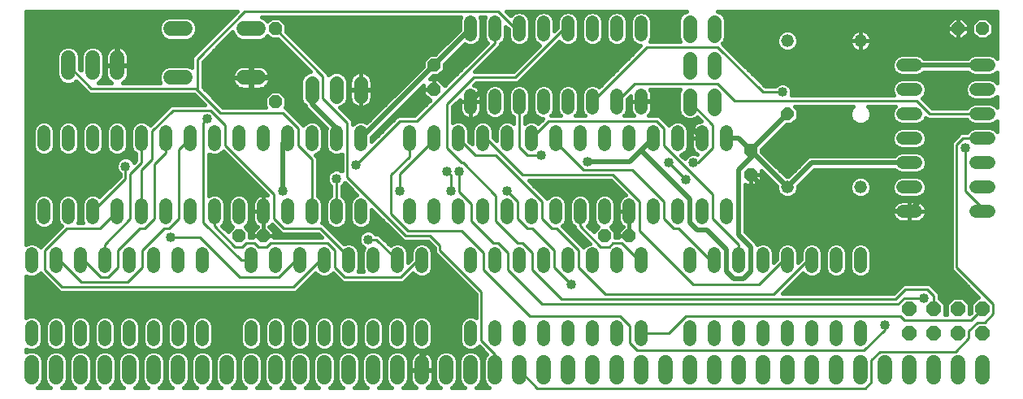
<source format=gbl>
G75*
%MOIN*%
%OFA0B0*%
%FSLAX24Y24*%
%IPPOS*%
%LPD*%
%AMOC8*
5,1,8,0,0,1.08239X$1,22.5*
%
%ADD10C,0.0520*%
%ADD11C,0.0600*%
%ADD12C,0.0560*%
%ADD13OC8,0.0520*%
%ADD14C,0.0520*%
%ADD15OC8,0.0515*%
%ADD16OC8,0.0600*%
%ADD17C,0.0100*%
%ADD18C,0.0400*%
%ADD19C,0.0200*%
%ADD20C,0.0160*%
D10*
X000680Y002420D02*
X000680Y002940D01*
X001680Y002940D02*
X001680Y002420D01*
X002680Y002420D02*
X002680Y002940D01*
X003680Y002940D02*
X003680Y002420D01*
X004680Y002420D02*
X004680Y002940D01*
X005680Y002940D02*
X005680Y002420D01*
X006680Y002420D02*
X006680Y002940D01*
X007680Y002940D02*
X007680Y002420D01*
X009680Y002420D02*
X009680Y002940D01*
X010680Y002940D02*
X010680Y002420D01*
X011680Y002420D02*
X011680Y002940D01*
X012680Y002940D02*
X012680Y002420D01*
X013680Y002420D02*
X013680Y002940D01*
X014680Y002940D02*
X014680Y002420D01*
X015680Y002420D02*
X015680Y002940D01*
X016680Y002940D02*
X016680Y002420D01*
X018680Y002420D02*
X018680Y002940D01*
X019680Y002940D02*
X019680Y002420D01*
X020680Y002420D02*
X020680Y002940D01*
X021680Y002940D02*
X021680Y002420D01*
X022680Y002420D02*
X022680Y002940D01*
X023680Y002940D02*
X023680Y002420D01*
X024680Y002420D02*
X024680Y002940D01*
X025680Y002940D02*
X025680Y002420D01*
X027680Y002420D02*
X027680Y002940D01*
X028680Y002940D02*
X028680Y002420D01*
X029680Y002420D02*
X029680Y002940D01*
X030680Y002940D02*
X030680Y002420D01*
X031680Y002420D02*
X031680Y002940D01*
X032680Y002940D02*
X032680Y002420D01*
X033680Y002420D02*
X033680Y002940D01*
X034680Y002940D02*
X034680Y002420D01*
X034680Y005420D02*
X034680Y005940D01*
X033680Y005940D02*
X033680Y005420D01*
X032680Y005420D02*
X032680Y005940D01*
X031680Y005940D02*
X031680Y005420D01*
X030680Y005420D02*
X030680Y005940D01*
X029680Y005940D02*
X029680Y005420D01*
X028680Y005420D02*
X028680Y005940D01*
X027680Y005940D02*
X027680Y005420D01*
X025680Y005420D02*
X025680Y005940D01*
X024680Y005940D02*
X024680Y005420D01*
X023680Y005420D02*
X023680Y005940D01*
X022680Y005940D02*
X022680Y005420D01*
X021680Y005420D02*
X021680Y005940D01*
X020680Y005940D02*
X020680Y005420D01*
X019680Y005420D02*
X019680Y005940D01*
X018680Y005940D02*
X018680Y005420D01*
X016680Y005420D02*
X016680Y005940D01*
X015680Y005940D02*
X015680Y005420D01*
X014680Y005420D02*
X014680Y005940D01*
X013680Y005940D02*
X013680Y005420D01*
X012680Y005420D02*
X012680Y005940D01*
X011680Y005940D02*
X011680Y005420D01*
X010680Y005420D02*
X010680Y005940D01*
X009680Y005940D02*
X009680Y005420D01*
X007680Y005420D02*
X007680Y005940D01*
X006680Y005940D02*
X006680Y005420D01*
X005680Y005420D02*
X005680Y005940D01*
X004680Y005940D02*
X004680Y005420D01*
X003680Y005420D02*
X003680Y005940D01*
X002680Y005940D02*
X002680Y005420D01*
X001680Y005420D02*
X001680Y005940D01*
X000680Y005940D02*
X000680Y005420D01*
X001180Y007420D02*
X001180Y007940D01*
X002180Y007940D02*
X002180Y007420D01*
X003180Y007420D02*
X003180Y007940D01*
X004180Y007940D02*
X004180Y007420D01*
X005180Y007420D02*
X005180Y007940D01*
X006180Y007940D02*
X006180Y007420D01*
X007180Y007420D02*
X007180Y007940D01*
X008180Y007940D02*
X008180Y007420D01*
X009180Y007420D02*
X009180Y007940D01*
X010180Y007940D02*
X010180Y007420D01*
X011180Y007420D02*
X011180Y007940D01*
X012180Y007940D02*
X012180Y007420D01*
X013180Y007420D02*
X013180Y007940D01*
X014180Y007940D02*
X014180Y007420D01*
X016180Y007420D02*
X016180Y007940D01*
X017180Y007940D02*
X017180Y007420D01*
X018180Y007420D02*
X018180Y007940D01*
X019180Y007940D02*
X019180Y007420D01*
X020180Y007420D02*
X020180Y007940D01*
X021180Y007940D02*
X021180Y007420D01*
X022180Y007420D02*
X022180Y007940D01*
X023180Y007940D02*
X023180Y007420D01*
X024180Y007420D02*
X024180Y007940D01*
X025180Y007940D02*
X025180Y007420D01*
X026180Y007420D02*
X026180Y007940D01*
X027180Y007940D02*
X027180Y007420D01*
X028180Y007420D02*
X028180Y007940D01*
X029180Y007940D02*
X029180Y007420D01*
X029180Y010420D02*
X029180Y010940D01*
X028180Y010940D02*
X028180Y010420D01*
X027180Y010420D02*
X027180Y010940D01*
X026180Y010940D02*
X026180Y010420D01*
X025180Y010420D02*
X025180Y010940D01*
X024180Y010940D02*
X024180Y010420D01*
X023180Y010420D02*
X023180Y010940D01*
X022180Y010940D02*
X022180Y010420D01*
X021180Y010420D02*
X021180Y010940D01*
X020180Y010940D02*
X020180Y010420D01*
X019180Y010420D02*
X019180Y010940D01*
X018180Y010940D02*
X018180Y010420D01*
X017180Y010420D02*
X017180Y010940D01*
X016180Y010940D02*
X016180Y010420D01*
X014180Y010420D02*
X014180Y010940D01*
X013180Y010940D02*
X013180Y010420D01*
X012180Y010420D02*
X012180Y010940D01*
X011180Y010940D02*
X011180Y010420D01*
X010180Y010420D02*
X010180Y010940D01*
X009180Y010940D02*
X009180Y010420D01*
X008180Y010420D02*
X008180Y010940D01*
X007180Y010940D02*
X007180Y010420D01*
X006180Y010420D02*
X006180Y010940D01*
X005180Y010940D02*
X005180Y010420D01*
X004180Y010420D02*
X004180Y010940D01*
X003180Y010940D02*
X003180Y010420D01*
X002180Y010420D02*
X002180Y010940D01*
X001180Y010940D02*
X001180Y010420D01*
X018680Y011920D02*
X018680Y012440D01*
X019680Y012440D02*
X019680Y011920D01*
X020680Y011920D02*
X020680Y012440D01*
X021680Y012440D02*
X021680Y011920D01*
X022680Y011920D02*
X022680Y012440D01*
X023680Y012440D02*
X023680Y011920D01*
X024680Y011920D02*
X024680Y012440D01*
X025680Y012440D02*
X025680Y011920D01*
X025680Y014920D02*
X025680Y015440D01*
X024680Y015440D02*
X024680Y014920D01*
X023680Y014920D02*
X023680Y015440D01*
X022680Y015440D02*
X022680Y014920D01*
X021680Y014920D02*
X021680Y015440D01*
X020680Y015440D02*
X020680Y014920D01*
X019680Y014920D02*
X019680Y015440D01*
X018680Y015440D02*
X018680Y014920D01*
X036420Y013680D02*
X036940Y013680D01*
X036940Y012680D02*
X036420Y012680D01*
X036420Y011680D02*
X036940Y011680D01*
X036940Y010680D02*
X036420Y010680D01*
X036420Y009680D02*
X036940Y009680D01*
X036940Y008680D02*
X036420Y008680D01*
X036420Y007680D02*
X036940Y007680D01*
X039420Y007680D02*
X039940Y007680D01*
X039940Y008680D02*
X039420Y008680D01*
X039420Y009680D02*
X039940Y009680D01*
X039940Y010680D02*
X039420Y010680D01*
X039420Y011680D02*
X039940Y011680D01*
X039940Y012680D02*
X039420Y012680D01*
X039420Y013680D02*
X039940Y013680D01*
D11*
X009980Y013180D02*
X009380Y013180D01*
X006980Y013180D02*
X006380Y013180D01*
X004180Y013380D02*
X004180Y013980D01*
X003180Y013980D02*
X003180Y013380D01*
X002180Y013380D02*
X002180Y013980D01*
X006380Y015180D02*
X006980Y015180D01*
X009380Y015180D02*
X009980Y015180D01*
X009680Y001480D02*
X009680Y000880D01*
X008680Y000880D02*
X008680Y001480D01*
X007680Y001480D02*
X007680Y000880D01*
X006680Y000880D02*
X006680Y001480D01*
X005680Y001480D02*
X005680Y000880D01*
X004680Y000880D02*
X004680Y001480D01*
X003680Y001480D02*
X003680Y000880D01*
X002680Y000880D02*
X002680Y001480D01*
X001680Y001480D02*
X001680Y000880D01*
X000680Y000880D02*
X000680Y001480D01*
X010680Y001480D02*
X010680Y000880D01*
X011680Y000880D02*
X011680Y001480D01*
X012680Y001480D02*
X012680Y000880D01*
X013680Y000880D02*
X013680Y001480D01*
X014680Y001480D02*
X014680Y000880D01*
X015680Y000880D02*
X015680Y001480D01*
X016680Y001480D02*
X016680Y000880D01*
X017680Y000880D02*
X017680Y001480D01*
X018680Y001480D02*
X018680Y000880D01*
X019680Y000880D02*
X019680Y001480D01*
X020680Y001480D02*
X020680Y000880D01*
X021680Y000880D02*
X021680Y001480D01*
X022680Y001480D02*
X022680Y000880D01*
X023680Y000880D02*
X023680Y001480D01*
X024680Y001480D02*
X024680Y000880D01*
X025680Y000880D02*
X025680Y001480D01*
X026680Y001480D02*
X026680Y000880D01*
X027680Y000880D02*
X027680Y001480D01*
X028680Y001480D02*
X028680Y000880D01*
X029680Y000880D02*
X029680Y001480D01*
X030680Y001480D02*
X030680Y000880D01*
X031680Y000880D02*
X031680Y001480D01*
X032680Y001480D02*
X032680Y000880D01*
X033680Y000880D02*
X033680Y001480D01*
X034680Y001480D02*
X034680Y000880D01*
X035680Y000880D02*
X035680Y001480D01*
X036680Y001480D02*
X036680Y000880D01*
X037680Y000880D02*
X037680Y001480D01*
X038680Y001480D02*
X038680Y000880D01*
X039680Y000880D02*
X039680Y001480D01*
D12*
X028680Y011900D02*
X028680Y012460D01*
X027680Y012460D02*
X027680Y011900D01*
X027680Y013400D02*
X027680Y013960D01*
X028680Y013960D02*
X028680Y013400D01*
X028680Y014900D02*
X028680Y015460D01*
X027680Y015460D02*
X027680Y014900D01*
X014180Y012960D02*
X014180Y012400D01*
X013180Y012400D02*
X013180Y012960D01*
X012180Y012960D02*
X012180Y012400D01*
D13*
X010680Y012180D03*
X017180Y012680D03*
X017180Y013680D03*
X010680Y015180D03*
X030180Y010180D03*
X030180Y009180D03*
X025180Y006680D03*
X024180Y006680D03*
X010180Y006680D03*
X009180Y006680D03*
X038680Y015180D03*
X039680Y015180D03*
D14*
X034680Y014680D03*
X031680Y014680D03*
X031680Y008680D03*
X034680Y008680D03*
D15*
X031680Y011680D03*
D16*
X036680Y003680D03*
X037680Y003680D03*
X038680Y003680D03*
X039680Y003680D03*
X039680Y002680D03*
X038680Y002680D03*
X037680Y002680D03*
X036680Y002680D03*
D17*
X035680Y002830D02*
X035680Y003030D01*
X035680Y002830D02*
X034830Y001980D01*
X025530Y001980D01*
X025230Y002280D01*
X025230Y002980D01*
X024830Y003380D01*
X021130Y003380D01*
X019230Y005280D01*
X019230Y005980D01*
X018330Y006880D01*
X016130Y006880D01*
X015430Y007580D01*
X015430Y009180D01*
X016180Y009930D01*
X016180Y010680D01*
X017180Y010680D02*
X017180Y010630D01*
X015780Y009230D01*
X015780Y008530D01*
X016030Y006680D02*
X013630Y009080D01*
X013630Y011330D01*
X012630Y012330D01*
X012630Y013230D01*
X010680Y015180D01*
X009430Y015880D02*
X007480Y013930D01*
X007480Y012730D01*
X007455Y012705D01*
X008430Y011730D01*
X010980Y011730D01*
X011630Y011080D01*
X011630Y010380D01*
X012180Y009830D01*
X012180Y007680D01*
X013180Y007680D02*
X013180Y009030D01*
X013980Y009580D02*
X015780Y011380D01*
X016480Y011380D01*
X019680Y014580D01*
X019680Y015180D01*
X019830Y015880D02*
X020530Y015180D01*
X020680Y015180D01*
X019830Y015880D02*
X009430Y015880D01*
X003130Y012730D02*
X002180Y013680D01*
X003130Y012730D02*
X007430Y012730D01*
X007455Y012705D01*
X008030Y011830D02*
X006480Y011830D01*
X005630Y010980D01*
X005630Y009830D01*
X005180Y009380D01*
X005180Y007680D01*
X004730Y007380D02*
X004730Y009230D01*
X005180Y009680D01*
X005180Y010680D01*
X006180Y010680D02*
X006180Y010080D01*
X005730Y009630D01*
X005730Y007380D01*
X005330Y006980D01*
X005130Y006980D01*
X004230Y006080D01*
X004230Y005380D01*
X003830Y004980D01*
X003530Y004980D01*
X002830Y005680D01*
X002680Y005680D01*
X001830Y005680D02*
X002730Y004780D01*
X004630Y004780D01*
X005230Y005380D01*
X005230Y006080D01*
X006130Y006980D01*
X006330Y006980D01*
X006730Y007380D01*
X006730Y010230D01*
X007180Y010680D01*
X007730Y011330D02*
X007880Y011480D01*
X007730Y011330D02*
X007730Y007230D01*
X009280Y005680D01*
X009680Y005680D01*
X009980Y006230D02*
X009830Y006380D01*
X009480Y006380D01*
X009330Y006230D01*
X009030Y006230D01*
X008180Y007080D01*
X008180Y007680D01*
X007580Y006630D02*
X006380Y006630D01*
X007580Y006630D02*
X009230Y004980D01*
X010830Y004980D01*
X011530Y005680D01*
X011680Y005680D01*
X012530Y005680D02*
X011430Y004580D01*
X001930Y004580D01*
X001230Y005280D01*
X001230Y006080D01*
X002130Y006980D01*
X003480Y006980D01*
X004180Y007680D01*
X004730Y007380D02*
X003680Y006330D01*
X003680Y005680D01*
X001830Y005680D02*
X001680Y005680D01*
X003180Y007680D02*
X004530Y009030D01*
X004530Y009530D01*
X008630Y010380D02*
X008630Y011230D01*
X008030Y011830D01*
X008630Y010380D02*
X010630Y008380D01*
X010630Y007380D01*
X011030Y006980D01*
X012530Y006980D01*
X013680Y005830D01*
X013680Y005680D01*
X013130Y005380D02*
X013130Y006080D01*
X012830Y006380D01*
X010480Y006380D01*
X010330Y006230D01*
X009980Y006230D01*
X012530Y005680D02*
X012680Y005680D01*
X013130Y005380D02*
X013530Y004980D01*
X015830Y004980D01*
X016530Y005680D01*
X016680Y005680D01*
X015680Y005680D02*
X014830Y006530D01*
X014480Y006530D01*
X016030Y006680D02*
X017030Y006680D01*
X017430Y006280D01*
X017430Y006080D01*
X019130Y004380D01*
X019130Y002380D01*
X019680Y001830D01*
X019680Y001180D01*
X020680Y001180D02*
X021430Y000430D01*
X034880Y000430D01*
X035130Y000680D01*
X035130Y001580D01*
X035480Y001930D01*
X038580Y001930D01*
X039130Y002480D01*
X039130Y002780D01*
X039480Y003130D01*
X039780Y003130D01*
X040130Y003480D01*
X040130Y003880D01*
X038630Y005380D01*
X038630Y010430D01*
X038880Y010680D01*
X039680Y010680D01*
X038980Y010280D02*
X038980Y008530D01*
X039680Y007830D01*
X039680Y007680D01*
X032680Y005680D02*
X032530Y005680D01*
X031130Y004280D01*
X024230Y004280D01*
X023130Y005380D01*
X023130Y006080D01*
X022230Y006980D01*
X022030Y006980D01*
X021630Y007380D01*
X021630Y008080D01*
X019730Y009980D01*
X018880Y009980D01*
X018180Y010680D01*
X019180Y010680D02*
X019330Y010680D01*
X020830Y009180D01*
X024530Y009180D01*
X025630Y008080D01*
X025630Y006880D01*
X027830Y004680D01*
X030530Y004680D01*
X031530Y005680D01*
X031680Y005680D01*
X029680Y005680D02*
X029680Y006330D01*
X028630Y007380D01*
X028630Y008380D01*
X026630Y010380D01*
X026630Y011080D01*
X026330Y011380D01*
X021880Y011380D01*
X021180Y010680D01*
X020680Y010330D02*
X020680Y012180D01*
X020530Y013180D02*
X018830Y013180D01*
X017730Y012080D01*
X017730Y010280D01*
X018330Y009680D01*
X018380Y009680D01*
X019730Y008330D01*
X019730Y007280D01*
X020630Y006380D01*
X020830Y006380D01*
X021230Y005980D01*
X021230Y005280D01*
X022430Y004080D01*
X036130Y004080D01*
X036530Y004480D01*
X037430Y004480D01*
X037680Y004230D01*
X037680Y003680D01*
X037280Y004130D02*
X036480Y004130D01*
X036230Y003880D01*
X021630Y003880D01*
X020230Y005280D01*
X020230Y005980D01*
X019830Y006380D01*
X019630Y006380D01*
X018730Y007280D01*
X018730Y007980D01*
X018230Y008480D01*
X018230Y009330D01*
X017880Y009180D02*
X017730Y009330D01*
X017880Y009180D02*
X017880Y008530D01*
X020180Y008530D02*
X020630Y008080D01*
X020630Y007380D01*
X021030Y006980D01*
X021230Y006980D01*
X022130Y006080D01*
X022130Y005380D01*
X022830Y004680D01*
X024880Y006380D02*
X025580Y005680D01*
X025680Y005680D01*
X024880Y006380D02*
X024530Y006380D01*
X024380Y006230D01*
X024030Y006230D01*
X023180Y007080D01*
X023180Y007680D01*
X025330Y009380D02*
X026630Y008080D01*
X026630Y007380D01*
X027030Y006980D01*
X027230Y006980D01*
X028530Y005680D01*
X028680Y005680D01*
X027530Y003380D02*
X036330Y003380D01*
X036480Y003230D01*
X039230Y003230D01*
X039680Y003680D01*
X027530Y003380D02*
X026830Y002680D01*
X025680Y002680D01*
X027530Y008980D02*
X026830Y009680D01*
X027830Y009680D02*
X028030Y009680D01*
X028630Y010280D01*
X028630Y011230D01*
X027680Y012180D01*
X028830Y012930D02*
X025430Y012930D01*
X024680Y012180D01*
X023680Y012180D02*
X025930Y014430D01*
X028830Y014430D01*
X030680Y012580D01*
X031480Y012580D01*
X029530Y012230D02*
X028830Y012930D01*
X029530Y012230D02*
X036980Y012230D01*
X037530Y011680D01*
X039680Y011680D01*
X025330Y009380D02*
X023330Y009380D01*
X022180Y010530D01*
X022180Y010680D01*
X021580Y009980D02*
X021030Y009980D01*
X020680Y010330D01*
X020530Y013180D02*
X022530Y015180D01*
X022680Y015180D01*
D18*
X023280Y012930D03*
X021580Y009980D03*
X023480Y009730D03*
X026830Y009680D03*
X027830Y009680D03*
X027530Y008980D03*
X020180Y008530D03*
X018230Y009330D03*
X017730Y009330D03*
X017880Y008530D03*
X015780Y008530D03*
X013980Y009580D03*
X013180Y009030D03*
X010980Y008530D03*
X013180Y006830D03*
X014480Y006530D03*
X006380Y006630D03*
X004530Y009530D03*
X007880Y011480D03*
X022830Y004680D03*
X035680Y003030D03*
X037280Y004130D03*
X038980Y010280D03*
X037430Y011280D03*
X031480Y012580D03*
D19*
X031680Y011680D02*
X030180Y010180D01*
X030280Y009980D01*
X029680Y009380D01*
X029680Y006730D01*
X030180Y006230D01*
X030180Y005230D01*
X029880Y004930D01*
X029480Y004930D01*
X029180Y005230D01*
X029180Y006130D01*
X028380Y006930D01*
X027980Y006930D01*
X027680Y007230D01*
X027680Y008180D01*
X025680Y010180D01*
X026180Y010680D01*
X025680Y010180D02*
X025230Y009730D01*
X023480Y009730D01*
X026680Y012180D02*
X028180Y010680D01*
X029180Y010680D02*
X029680Y010680D01*
X030180Y010180D01*
X031680Y008680D01*
X032680Y009680D01*
X036680Y009680D01*
X037430Y008430D02*
X036680Y007680D01*
X031680Y007680D01*
X030180Y009180D01*
X026680Y012180D02*
X025680Y012180D01*
X023280Y012930D02*
X019430Y012930D01*
X018680Y012180D01*
X017180Y013680D02*
X014180Y010680D01*
X013180Y010680D02*
X013180Y011080D01*
X012180Y012080D01*
X012180Y012680D01*
X010630Y013180D02*
X009680Y013180D01*
X010630Y013180D02*
X012680Y011130D01*
X012680Y007230D01*
X012980Y006930D01*
X013180Y006930D01*
X013180Y006830D01*
X013180Y006930D02*
X014830Y006930D01*
X015330Y006430D01*
X016880Y006430D01*
X017180Y006130D01*
X017180Y002230D01*
X016680Y001730D01*
X016680Y001180D01*
X010980Y008530D02*
X010980Y010480D01*
X011180Y010680D01*
X017180Y013680D02*
X018680Y015180D01*
X036680Y013680D02*
X039680Y013680D01*
X037430Y011280D02*
X037430Y008430D01*
D20*
X000952Y000473D02*
X000920Y000460D01*
X001440Y000460D01*
X001408Y000473D01*
X001273Y000608D01*
X001200Y000785D01*
X001200Y001575D01*
X001273Y001752D01*
X001408Y001887D01*
X001585Y001960D01*
X001775Y001960D01*
X001952Y001887D01*
X002087Y001752D01*
X002160Y001575D01*
X002160Y000785D01*
X002087Y000608D01*
X001952Y000473D01*
X001920Y000460D01*
X002440Y000460D01*
X002408Y000473D01*
X002273Y000608D01*
X002200Y000785D01*
X002200Y001575D01*
X002273Y001752D01*
X002408Y001887D01*
X002585Y001960D01*
X002775Y001960D01*
X002952Y001887D01*
X003087Y001752D01*
X003160Y001575D01*
X003160Y000785D01*
X003087Y000608D01*
X002952Y000473D01*
X002920Y000460D01*
X003440Y000460D01*
X003408Y000473D01*
X003273Y000608D01*
X003200Y000785D01*
X003200Y001575D01*
X003273Y001752D01*
X003408Y001887D01*
X003585Y001960D01*
X003775Y001960D01*
X003952Y001887D01*
X004087Y001752D01*
X004160Y001575D01*
X004160Y000785D01*
X004087Y000608D01*
X003952Y000473D01*
X003920Y000460D01*
X004440Y000460D01*
X004408Y000473D01*
X004273Y000608D01*
X004200Y000785D01*
X004200Y001575D01*
X004273Y001752D01*
X004408Y001887D01*
X004585Y001960D01*
X004775Y001960D01*
X004952Y001887D01*
X005087Y001752D01*
X005160Y001575D01*
X005160Y000785D01*
X005087Y000608D01*
X004952Y000473D01*
X004920Y000460D01*
X005440Y000460D01*
X005408Y000473D01*
X005273Y000608D01*
X005200Y000785D01*
X005200Y001575D01*
X005273Y001752D01*
X005408Y001887D01*
X005585Y001960D01*
X005775Y001960D01*
X005952Y001887D01*
X006087Y001752D01*
X006160Y001575D01*
X006160Y000785D01*
X006087Y000608D01*
X005952Y000473D01*
X005920Y000460D01*
X006440Y000460D01*
X006408Y000473D01*
X006273Y000608D01*
X006200Y000785D01*
X006200Y001575D01*
X006273Y001752D01*
X006408Y001887D01*
X006585Y001960D01*
X006775Y001960D01*
X006952Y001887D01*
X007087Y001752D01*
X007160Y001575D01*
X007160Y000785D01*
X007087Y000608D01*
X006952Y000473D01*
X006920Y000460D01*
X007440Y000460D01*
X007408Y000473D01*
X007273Y000608D01*
X007200Y000785D01*
X007200Y001575D01*
X007273Y001752D01*
X007408Y001887D01*
X007585Y001960D01*
X007775Y001960D01*
X007952Y001887D01*
X008087Y001752D01*
X008160Y001575D01*
X008160Y000785D01*
X008087Y000608D01*
X007952Y000473D01*
X007920Y000460D01*
X008440Y000460D01*
X008408Y000473D01*
X008273Y000608D01*
X008200Y000785D01*
X008200Y001575D01*
X008273Y001752D01*
X008408Y001887D01*
X008585Y001960D01*
X008775Y001960D01*
X008952Y001887D01*
X009087Y001752D01*
X009160Y001575D01*
X009160Y000785D01*
X009087Y000608D01*
X008952Y000473D01*
X008920Y000460D01*
X009440Y000460D01*
X009408Y000473D01*
X009273Y000608D01*
X009200Y000785D01*
X009200Y001575D01*
X009273Y001752D01*
X009408Y001887D01*
X009585Y001960D01*
X009775Y001960D01*
X009952Y001887D01*
X010087Y001752D01*
X010160Y001575D01*
X010160Y000785D01*
X010087Y000608D01*
X009952Y000473D01*
X009920Y000460D01*
X010440Y000460D01*
X010408Y000473D01*
X010273Y000608D01*
X010200Y000785D01*
X010200Y001575D01*
X010273Y001752D01*
X010408Y001887D01*
X010585Y001960D01*
X010775Y001960D01*
X010952Y001887D01*
X011087Y001752D01*
X011160Y001575D01*
X011160Y000785D01*
X011087Y000608D01*
X010952Y000473D01*
X010920Y000460D01*
X011440Y000460D01*
X011408Y000473D01*
X011273Y000608D01*
X011200Y000785D01*
X011200Y001575D01*
X011273Y001752D01*
X011408Y001887D01*
X011585Y001960D01*
X011775Y001960D01*
X011952Y001887D01*
X012087Y001752D01*
X012160Y001575D01*
X012160Y000785D01*
X012087Y000608D01*
X011952Y000473D01*
X011920Y000460D01*
X012440Y000460D01*
X012408Y000473D01*
X012273Y000608D01*
X012200Y000785D01*
X012200Y001575D01*
X012273Y001752D01*
X012408Y001887D01*
X012585Y001960D01*
X012775Y001960D01*
X012952Y001887D01*
X013087Y001752D01*
X013160Y001575D01*
X013160Y000785D01*
X013087Y000608D01*
X012952Y000473D01*
X012920Y000460D01*
X013440Y000460D01*
X013408Y000473D01*
X013273Y000608D01*
X013200Y000785D01*
X013200Y001575D01*
X013273Y001752D01*
X013408Y001887D01*
X013585Y001960D01*
X013775Y001960D01*
X013952Y001887D01*
X014087Y001752D01*
X014160Y001575D01*
X014160Y000785D01*
X014087Y000608D01*
X013952Y000473D01*
X013920Y000460D01*
X014440Y000460D01*
X014408Y000473D01*
X014273Y000608D01*
X014200Y000785D01*
X014200Y001575D01*
X014273Y001752D01*
X014408Y001887D01*
X014585Y001960D01*
X014775Y001960D01*
X014952Y001887D01*
X015087Y001752D01*
X015160Y001575D01*
X015160Y000785D01*
X015087Y000608D01*
X014952Y000473D01*
X014920Y000460D01*
X015440Y000460D01*
X015408Y000473D01*
X015273Y000608D01*
X015200Y000785D01*
X015200Y001575D01*
X015273Y001752D01*
X015408Y001887D01*
X015585Y001960D01*
X015775Y001960D01*
X015952Y001887D01*
X016087Y001752D01*
X016160Y001575D01*
X016160Y000785D01*
X016087Y000608D01*
X015952Y000473D01*
X015920Y000460D01*
X016447Y000460D01*
X016428Y000469D01*
X016367Y000514D01*
X016314Y000567D01*
X016269Y000628D01*
X016235Y000696D01*
X016212Y000768D01*
X016200Y000842D01*
X016200Y001160D01*
X016660Y001160D01*
X016660Y001200D01*
X016660Y001960D01*
X016642Y001960D01*
X016568Y001948D01*
X016496Y001925D01*
X016428Y001891D01*
X016367Y001846D01*
X016314Y001793D01*
X016269Y001732D01*
X016235Y001664D01*
X016212Y001592D01*
X016200Y001518D01*
X016200Y001200D01*
X016660Y001200D01*
X016700Y001200D01*
X016700Y001960D01*
X016718Y001960D01*
X016792Y001948D01*
X016864Y001925D01*
X016932Y001891D01*
X016993Y001846D01*
X017046Y001793D01*
X017091Y001732D01*
X017125Y001664D01*
X017148Y001592D01*
X017160Y001518D01*
X017160Y001200D01*
X016700Y001200D01*
X016700Y001160D01*
X017160Y001160D01*
X017160Y000842D01*
X017148Y000768D01*
X017125Y000696D01*
X017091Y000628D01*
X017046Y000567D01*
X016993Y000514D01*
X016932Y000469D01*
X016913Y000460D01*
X017440Y000460D01*
X017408Y000473D01*
X017273Y000608D01*
X017200Y000785D01*
X017200Y001575D01*
X017273Y001752D01*
X017408Y001887D01*
X017585Y001960D01*
X017775Y001960D01*
X017952Y001887D01*
X018087Y001752D01*
X018160Y001575D01*
X018160Y000785D01*
X018087Y000608D01*
X017952Y000473D01*
X017920Y000460D01*
X018440Y000460D01*
X018408Y000473D01*
X018273Y000608D01*
X018200Y000785D01*
X018200Y001575D01*
X018273Y001752D01*
X018408Y001887D01*
X018585Y001960D01*
X018775Y001960D01*
X018952Y001887D01*
X019087Y001752D01*
X019160Y001575D01*
X019160Y000785D01*
X019087Y000608D01*
X018952Y000473D01*
X018920Y000460D01*
X019440Y000460D01*
X019408Y000473D01*
X019273Y000608D01*
X019200Y000785D01*
X019200Y001575D01*
X019273Y001752D01*
X019353Y001832D01*
X019035Y002150D01*
X019033Y002151D01*
X018929Y002047D01*
X018768Y001980D01*
X018592Y001980D01*
X018431Y002047D01*
X018307Y002171D01*
X018240Y002332D01*
X018240Y003028D01*
X018307Y003189D01*
X018431Y003313D01*
X018592Y003380D01*
X018768Y003380D01*
X018900Y003325D01*
X018900Y004285D01*
X017335Y005850D01*
X017200Y005985D01*
X017200Y006185D01*
X016935Y006450D01*
X015935Y006450D01*
X014620Y007765D01*
X014620Y007332D01*
X014553Y007171D01*
X014429Y007047D01*
X014268Y006980D01*
X014092Y006980D01*
X013931Y007047D01*
X013807Y007171D01*
X013740Y007332D01*
X013740Y008028D01*
X013807Y008189D01*
X013931Y008313D01*
X014030Y008354D01*
X013535Y008850D01*
X013522Y008863D01*
X013502Y008815D01*
X013410Y008723D01*
X013410Y008321D01*
X013429Y008313D01*
X013553Y008189D01*
X013620Y008028D01*
X013620Y007332D01*
X013553Y007171D01*
X013429Y007047D01*
X013268Y006980D01*
X013092Y006980D01*
X012931Y007047D01*
X012807Y007171D01*
X012740Y007332D01*
X012740Y008028D01*
X012807Y008189D01*
X012931Y008313D01*
X012950Y008321D01*
X012950Y008723D01*
X012858Y008815D01*
X012800Y008954D01*
X012800Y009106D01*
X012858Y009245D01*
X012965Y009352D01*
X013104Y009410D01*
X013256Y009410D01*
X013395Y009352D01*
X013400Y009347D01*
X013400Y010035D01*
X013268Y009980D01*
X013092Y009980D01*
X012931Y010047D01*
X012807Y010171D01*
X012740Y010332D01*
X012740Y011028D01*
X012768Y011096D01*
X011943Y011921D01*
X011900Y012024D01*
X011900Y012029D01*
X011790Y012139D01*
X011720Y012308D01*
X011720Y013051D01*
X011790Y013221D01*
X011919Y013350D01*
X012088Y013420D01*
X012115Y013420D01*
X010795Y014740D01*
X010498Y014740D01*
X010358Y014879D01*
X010252Y014773D01*
X010075Y014700D01*
X009285Y014700D01*
X009108Y014773D01*
X008973Y014908D01*
X008918Y015042D01*
X007710Y013835D01*
X007710Y012775D01*
X008525Y011960D01*
X010278Y011960D01*
X010240Y011998D01*
X010240Y012362D01*
X010498Y012620D01*
X010862Y012620D01*
X011120Y012362D01*
X011120Y011998D01*
X011079Y011957D01*
X011210Y011825D01*
X011827Y011209D01*
X011931Y011313D01*
X012092Y011380D01*
X012268Y011380D01*
X012429Y011313D01*
X012553Y011189D01*
X012620Y011028D01*
X012620Y010332D01*
X012553Y010171D01*
X012429Y010047D01*
X012330Y010006D01*
X012410Y009925D01*
X012410Y008321D01*
X012429Y008313D01*
X012553Y008189D01*
X012620Y008028D01*
X012620Y007332D01*
X012569Y007210D01*
X012625Y007210D01*
X012760Y007075D01*
X013495Y006340D01*
X013592Y006380D01*
X013768Y006380D01*
X013929Y006313D01*
X014053Y006189D01*
X014120Y006028D01*
X014120Y005332D01*
X014069Y005210D01*
X014291Y005210D01*
X014240Y005332D01*
X014240Y006028D01*
X014307Y006189D01*
X014308Y006190D01*
X014265Y006208D01*
X014158Y006315D01*
X014100Y006454D01*
X014100Y006606D01*
X014158Y006745D01*
X014265Y006852D01*
X014404Y006910D01*
X014556Y006910D01*
X014695Y006852D01*
X014787Y006760D01*
X014925Y006760D01*
X015402Y006284D01*
X015431Y006313D01*
X015592Y006380D01*
X015768Y006380D01*
X015929Y006313D01*
X016053Y006189D01*
X016120Y006028D01*
X016120Y005595D01*
X016240Y005715D01*
X016240Y006028D01*
X016307Y006189D01*
X016431Y006313D01*
X016592Y006380D01*
X016768Y006380D01*
X016929Y006313D01*
X017053Y006189D01*
X017120Y006028D01*
X017120Y005332D01*
X017053Y005171D01*
X016929Y005047D01*
X016768Y004980D01*
X016592Y004980D01*
X016431Y005047D01*
X016327Y005151D01*
X016060Y004885D01*
X015925Y004750D01*
X013435Y004750D01*
X013300Y004885D01*
X013300Y004885D01*
X013035Y005150D01*
X013035Y005150D01*
X013033Y005151D01*
X012929Y005047D01*
X012768Y004980D01*
X012592Y004980D01*
X012431Y005047D01*
X012327Y005151D01*
X011660Y004485D01*
X011525Y004350D01*
X001835Y004350D01*
X001135Y005050D01*
X001033Y005151D01*
X000929Y005047D01*
X000768Y004980D01*
X000592Y004980D01*
X000460Y005035D01*
X000460Y003325D01*
X000592Y003380D01*
X000768Y003380D01*
X000929Y003313D01*
X001053Y003189D01*
X001120Y003028D01*
X001120Y002332D01*
X001053Y002171D01*
X000929Y002047D01*
X000768Y001980D01*
X000592Y001980D01*
X000460Y002035D01*
X000460Y001908D01*
X000585Y001960D01*
X000775Y001960D01*
X000952Y001887D01*
X001087Y001752D01*
X001160Y001575D01*
X001160Y000785D01*
X001087Y000608D01*
X000952Y000473D01*
X000976Y000497D02*
X001384Y000497D01*
X001253Y000656D02*
X001107Y000656D01*
X001160Y000814D02*
X001200Y000814D01*
X001200Y000973D02*
X001160Y000973D01*
X001160Y001131D02*
X001200Y001131D01*
X001200Y001290D02*
X001160Y001290D01*
X001160Y001448D02*
X001200Y001448D01*
X001213Y001607D02*
X001147Y001607D01*
X001074Y001765D02*
X001286Y001765D01*
X001496Y001924D02*
X000864Y001924D01*
X000964Y002082D02*
X001396Y002082D01*
X001431Y002047D02*
X001592Y001980D01*
X001768Y001980D01*
X001929Y002047D01*
X002053Y002171D01*
X002120Y002332D01*
X002120Y003028D01*
X002053Y003189D01*
X001929Y003313D01*
X001768Y003380D01*
X001592Y003380D01*
X001431Y003313D01*
X001307Y003189D01*
X001240Y003028D01*
X001240Y002332D01*
X001307Y002171D01*
X001431Y002047D01*
X001278Y002241D02*
X001082Y002241D01*
X001120Y002399D02*
X001240Y002399D01*
X001240Y002558D02*
X001120Y002558D01*
X001120Y002716D02*
X001240Y002716D01*
X001240Y002875D02*
X001120Y002875D01*
X001118Y003033D02*
X001242Y003033D01*
X001309Y003192D02*
X001051Y003192D01*
X000840Y003350D02*
X001520Y003350D01*
X001840Y003350D02*
X002520Y003350D01*
X002592Y003380D02*
X002431Y003313D01*
X002307Y003189D01*
X002240Y003028D01*
X002240Y002332D01*
X002307Y002171D01*
X002431Y002047D01*
X002592Y001980D01*
X002768Y001980D01*
X002929Y002047D01*
X003053Y002171D01*
X003120Y002332D01*
X003120Y003028D01*
X003053Y003189D01*
X002929Y003313D01*
X002768Y003380D01*
X002592Y003380D01*
X002840Y003350D02*
X003520Y003350D01*
X003592Y003380D02*
X003431Y003313D01*
X003307Y003189D01*
X003240Y003028D01*
X003240Y002332D01*
X003307Y002171D01*
X003431Y002047D01*
X003592Y001980D01*
X003768Y001980D01*
X003929Y002047D01*
X004053Y002171D01*
X004120Y002332D01*
X004120Y003028D01*
X004053Y003189D01*
X003929Y003313D01*
X003768Y003380D01*
X003592Y003380D01*
X003840Y003350D02*
X004520Y003350D01*
X004592Y003380D02*
X004431Y003313D01*
X004307Y003189D01*
X004240Y003028D01*
X004240Y002332D01*
X004307Y002171D01*
X004431Y002047D01*
X004592Y001980D01*
X004768Y001980D01*
X004929Y002047D01*
X005053Y002171D01*
X005120Y002332D01*
X005120Y003028D01*
X005053Y003189D01*
X004929Y003313D01*
X004768Y003380D01*
X004592Y003380D01*
X004840Y003350D02*
X005520Y003350D01*
X005592Y003380D02*
X005431Y003313D01*
X005307Y003189D01*
X005240Y003028D01*
X005240Y002332D01*
X005307Y002171D01*
X005431Y002047D01*
X005592Y001980D01*
X005768Y001980D01*
X005929Y002047D01*
X006053Y002171D01*
X006120Y002332D01*
X006120Y003028D01*
X006053Y003189D01*
X005929Y003313D01*
X005768Y003380D01*
X005592Y003380D01*
X005840Y003350D02*
X006520Y003350D01*
X006592Y003380D02*
X006431Y003313D01*
X006307Y003189D01*
X006240Y003028D01*
X006240Y002332D01*
X006307Y002171D01*
X006431Y002047D01*
X006592Y001980D01*
X006768Y001980D01*
X006929Y002047D01*
X007053Y002171D01*
X007120Y002332D01*
X007120Y003028D01*
X007053Y003189D01*
X006929Y003313D01*
X006768Y003380D01*
X006592Y003380D01*
X006840Y003350D02*
X007520Y003350D01*
X007592Y003380D02*
X007431Y003313D01*
X007307Y003189D01*
X007240Y003028D01*
X007240Y002332D01*
X007307Y002171D01*
X007431Y002047D01*
X007592Y001980D01*
X007768Y001980D01*
X007929Y002047D01*
X008053Y002171D01*
X008120Y002332D01*
X008120Y003028D01*
X008053Y003189D01*
X007929Y003313D01*
X007768Y003380D01*
X007592Y003380D01*
X007840Y003350D02*
X009520Y003350D01*
X009592Y003380D02*
X009431Y003313D01*
X009307Y003189D01*
X009240Y003028D01*
X009240Y002332D01*
X009307Y002171D01*
X009431Y002047D01*
X009592Y001980D01*
X009768Y001980D01*
X009929Y002047D01*
X010053Y002171D01*
X010120Y002332D01*
X010120Y003028D01*
X010053Y003189D01*
X009929Y003313D01*
X009768Y003380D01*
X009592Y003380D01*
X009840Y003350D02*
X010520Y003350D01*
X010592Y003380D02*
X010431Y003313D01*
X010307Y003189D01*
X010240Y003028D01*
X010240Y002332D01*
X010307Y002171D01*
X010431Y002047D01*
X010592Y001980D01*
X010768Y001980D01*
X010929Y002047D01*
X011053Y002171D01*
X011120Y002332D01*
X011120Y003028D01*
X011053Y003189D01*
X010929Y003313D01*
X010768Y003380D01*
X010592Y003380D01*
X010840Y003350D02*
X011520Y003350D01*
X011592Y003380D02*
X011431Y003313D01*
X011307Y003189D01*
X011240Y003028D01*
X011240Y002332D01*
X011307Y002171D01*
X011431Y002047D01*
X011592Y001980D01*
X011768Y001980D01*
X011929Y002047D01*
X012053Y002171D01*
X012120Y002332D01*
X012120Y003028D01*
X012053Y003189D01*
X011929Y003313D01*
X011768Y003380D01*
X011592Y003380D01*
X011840Y003350D02*
X012520Y003350D01*
X012592Y003380D02*
X012431Y003313D01*
X012307Y003189D01*
X012240Y003028D01*
X012240Y002332D01*
X012307Y002171D01*
X012431Y002047D01*
X012592Y001980D01*
X012768Y001980D01*
X012929Y002047D01*
X013053Y002171D01*
X013120Y002332D01*
X013120Y003028D01*
X013053Y003189D01*
X012929Y003313D01*
X012768Y003380D01*
X012592Y003380D01*
X012840Y003350D02*
X013520Y003350D01*
X013592Y003380D02*
X013431Y003313D01*
X013307Y003189D01*
X013240Y003028D01*
X013240Y002332D01*
X013307Y002171D01*
X013431Y002047D01*
X013592Y001980D01*
X013768Y001980D01*
X013929Y002047D01*
X014053Y002171D01*
X014120Y002332D01*
X014120Y003028D01*
X014053Y003189D01*
X013929Y003313D01*
X013768Y003380D01*
X013592Y003380D01*
X013840Y003350D02*
X014520Y003350D01*
X014592Y003380D02*
X014431Y003313D01*
X014307Y003189D01*
X014240Y003028D01*
X014240Y002332D01*
X014307Y002171D01*
X014431Y002047D01*
X014592Y001980D01*
X014768Y001980D01*
X014929Y002047D01*
X015053Y002171D01*
X015120Y002332D01*
X015120Y003028D01*
X015053Y003189D01*
X014929Y003313D01*
X014768Y003380D01*
X014592Y003380D01*
X014840Y003350D02*
X015520Y003350D01*
X015592Y003380D02*
X015431Y003313D01*
X015307Y003189D01*
X015240Y003028D01*
X015240Y002332D01*
X015307Y002171D01*
X015431Y002047D01*
X015592Y001980D01*
X015768Y001980D01*
X015929Y002047D01*
X016053Y002171D01*
X016120Y002332D01*
X016120Y003028D01*
X016053Y003189D01*
X015929Y003313D01*
X015768Y003380D01*
X015592Y003380D01*
X015840Y003350D02*
X016520Y003350D01*
X016592Y003380D02*
X016431Y003313D01*
X016307Y003189D01*
X016240Y003028D01*
X016240Y002332D01*
X016307Y002171D01*
X016431Y002047D01*
X016592Y001980D01*
X016768Y001980D01*
X016929Y002047D01*
X017053Y002171D01*
X017120Y002332D01*
X017120Y003028D01*
X017053Y003189D01*
X016929Y003313D01*
X016768Y003380D01*
X016592Y003380D01*
X016840Y003350D02*
X018520Y003350D01*
X018309Y003192D02*
X017051Y003192D01*
X017118Y003033D02*
X018242Y003033D01*
X018240Y002875D02*
X017120Y002875D01*
X017120Y002716D02*
X018240Y002716D01*
X018240Y002558D02*
X017120Y002558D01*
X017120Y002399D02*
X018240Y002399D01*
X018278Y002241D02*
X017082Y002241D01*
X016964Y002082D02*
X018396Y002082D01*
X018496Y001924D02*
X017864Y001924D01*
X018074Y001765D02*
X018286Y001765D01*
X018213Y001607D02*
X018147Y001607D01*
X018160Y001448D02*
X018200Y001448D01*
X018200Y001290D02*
X018160Y001290D01*
X018160Y001131D02*
X018200Y001131D01*
X018200Y000973D02*
X018160Y000973D01*
X018160Y000814D02*
X018200Y000814D01*
X018253Y000656D02*
X018107Y000656D01*
X017976Y000497D02*
X018384Y000497D01*
X018976Y000497D02*
X019384Y000497D01*
X019253Y000656D02*
X019107Y000656D01*
X019160Y000814D02*
X019200Y000814D01*
X019200Y000973D02*
X019160Y000973D01*
X019160Y001131D02*
X019200Y001131D01*
X019200Y001290D02*
X019160Y001290D01*
X019160Y001448D02*
X019200Y001448D01*
X019213Y001607D02*
X019147Y001607D01*
X019074Y001765D02*
X019286Y001765D01*
X019261Y001924D02*
X018864Y001924D01*
X018964Y002082D02*
X019103Y002082D01*
X017496Y001924D02*
X016867Y001924D01*
X016700Y001924D02*
X016660Y001924D01*
X016660Y001765D02*
X016700Y001765D01*
X016700Y001607D02*
X016660Y001607D01*
X016660Y001448D02*
X016700Y001448D01*
X016700Y001290D02*
X016660Y001290D01*
X016200Y001290D02*
X016160Y001290D01*
X016160Y001448D02*
X016200Y001448D01*
X016216Y001607D02*
X016147Y001607D01*
X016074Y001765D02*
X016294Y001765D01*
X016493Y001924D02*
X015864Y001924D01*
X015964Y002082D02*
X016396Y002082D01*
X016278Y002241D02*
X016082Y002241D01*
X016120Y002399D02*
X016240Y002399D01*
X016240Y002558D02*
X016120Y002558D01*
X016120Y002716D02*
X016240Y002716D01*
X016240Y002875D02*
X016120Y002875D01*
X016118Y003033D02*
X016242Y003033D01*
X016309Y003192D02*
X016051Y003192D01*
X015309Y003192D02*
X015051Y003192D01*
X015118Y003033D02*
X015242Y003033D01*
X015240Y002875D02*
X015120Y002875D01*
X015120Y002716D02*
X015240Y002716D01*
X015240Y002558D02*
X015120Y002558D01*
X015120Y002399D02*
X015240Y002399D01*
X015278Y002241D02*
X015082Y002241D01*
X014964Y002082D02*
X015396Y002082D01*
X015496Y001924D02*
X014864Y001924D01*
X015074Y001765D02*
X015286Y001765D01*
X015213Y001607D02*
X015147Y001607D01*
X015160Y001448D02*
X015200Y001448D01*
X015200Y001290D02*
X015160Y001290D01*
X015160Y001131D02*
X015200Y001131D01*
X015200Y000973D02*
X015160Y000973D01*
X015160Y000814D02*
X015200Y000814D01*
X015253Y000656D02*
X015107Y000656D01*
X014976Y000497D02*
X015384Y000497D01*
X015976Y000497D02*
X016391Y000497D01*
X016256Y000656D02*
X016107Y000656D01*
X016160Y000814D02*
X016204Y000814D01*
X016200Y000973D02*
X016160Y000973D01*
X016160Y001131D02*
X016200Y001131D01*
X017160Y001131D02*
X017200Y001131D01*
X017200Y000973D02*
X017160Y000973D01*
X017156Y000814D02*
X017200Y000814D01*
X017253Y000656D02*
X017104Y000656D01*
X016969Y000497D02*
X017384Y000497D01*
X017200Y001290D02*
X017160Y001290D01*
X017160Y001448D02*
X017200Y001448D01*
X017213Y001607D02*
X017144Y001607D01*
X017066Y001765D02*
X017286Y001765D01*
X014496Y001924D02*
X013864Y001924D01*
X013964Y002082D02*
X014396Y002082D01*
X014278Y002241D02*
X014082Y002241D01*
X014120Y002399D02*
X014240Y002399D01*
X014240Y002558D02*
X014120Y002558D01*
X014120Y002716D02*
X014240Y002716D01*
X014240Y002875D02*
X014120Y002875D01*
X014118Y003033D02*
X014242Y003033D01*
X014309Y003192D02*
X014051Y003192D01*
X013309Y003192D02*
X013051Y003192D01*
X013118Y003033D02*
X013242Y003033D01*
X013240Y002875D02*
X013120Y002875D01*
X013120Y002716D02*
X013240Y002716D01*
X013240Y002558D02*
X013120Y002558D01*
X013120Y002399D02*
X013240Y002399D01*
X013278Y002241D02*
X013082Y002241D01*
X012964Y002082D02*
X013396Y002082D01*
X013496Y001924D02*
X012864Y001924D01*
X013074Y001765D02*
X013286Y001765D01*
X013213Y001607D02*
X013147Y001607D01*
X013160Y001448D02*
X013200Y001448D01*
X013200Y001290D02*
X013160Y001290D01*
X013160Y001131D02*
X013200Y001131D01*
X013200Y000973D02*
X013160Y000973D01*
X013160Y000814D02*
X013200Y000814D01*
X013253Y000656D02*
X013107Y000656D01*
X012976Y000497D02*
X013384Y000497D01*
X013976Y000497D02*
X014384Y000497D01*
X014253Y000656D02*
X014107Y000656D01*
X014160Y000814D02*
X014200Y000814D01*
X014200Y000973D02*
X014160Y000973D01*
X014160Y001131D02*
X014200Y001131D01*
X014200Y001290D02*
X014160Y001290D01*
X014160Y001448D02*
X014200Y001448D01*
X014213Y001607D02*
X014147Y001607D01*
X014074Y001765D02*
X014286Y001765D01*
X012496Y001924D02*
X011864Y001924D01*
X011964Y002082D02*
X012396Y002082D01*
X012278Y002241D02*
X012082Y002241D01*
X012120Y002399D02*
X012240Y002399D01*
X012240Y002558D02*
X012120Y002558D01*
X012120Y002716D02*
X012240Y002716D01*
X012240Y002875D02*
X012120Y002875D01*
X012118Y003033D02*
X012242Y003033D01*
X012309Y003192D02*
X012051Y003192D01*
X011309Y003192D02*
X011051Y003192D01*
X011118Y003033D02*
X011242Y003033D01*
X011240Y002875D02*
X011120Y002875D01*
X011120Y002716D02*
X011240Y002716D01*
X011240Y002558D02*
X011120Y002558D01*
X011120Y002399D02*
X011240Y002399D01*
X011278Y002241D02*
X011082Y002241D01*
X010964Y002082D02*
X011396Y002082D01*
X011496Y001924D02*
X010864Y001924D01*
X011074Y001765D02*
X011286Y001765D01*
X011213Y001607D02*
X011147Y001607D01*
X011160Y001448D02*
X011200Y001448D01*
X011200Y001290D02*
X011160Y001290D01*
X011160Y001131D02*
X011200Y001131D01*
X011200Y000973D02*
X011160Y000973D01*
X011160Y000814D02*
X011200Y000814D01*
X011253Y000656D02*
X011107Y000656D01*
X010976Y000497D02*
X011384Y000497D01*
X011976Y000497D02*
X012384Y000497D01*
X012253Y000656D02*
X012107Y000656D01*
X012160Y000814D02*
X012200Y000814D01*
X012200Y000973D02*
X012160Y000973D01*
X012160Y001131D02*
X012200Y001131D01*
X012200Y001290D02*
X012160Y001290D01*
X012160Y001448D02*
X012200Y001448D01*
X012213Y001607D02*
X012147Y001607D01*
X012074Y001765D02*
X012286Y001765D01*
X010496Y001924D02*
X009864Y001924D01*
X009964Y002082D02*
X010396Y002082D01*
X010278Y002241D02*
X010082Y002241D01*
X010120Y002399D02*
X010240Y002399D01*
X010240Y002558D02*
X010120Y002558D01*
X010120Y002716D02*
X010240Y002716D01*
X010240Y002875D02*
X010120Y002875D01*
X010118Y003033D02*
X010242Y003033D01*
X010309Y003192D02*
X010051Y003192D01*
X009309Y003192D02*
X008051Y003192D01*
X008118Y003033D02*
X009242Y003033D01*
X009240Y002875D02*
X008120Y002875D01*
X008120Y002716D02*
X009240Y002716D01*
X009240Y002558D02*
X008120Y002558D01*
X008120Y002399D02*
X009240Y002399D01*
X009278Y002241D02*
X008082Y002241D01*
X007964Y002082D02*
X009396Y002082D01*
X009496Y001924D02*
X008864Y001924D01*
X009074Y001765D02*
X009286Y001765D01*
X009213Y001607D02*
X009147Y001607D01*
X009160Y001448D02*
X009200Y001448D01*
X009200Y001290D02*
X009160Y001290D01*
X009160Y001131D02*
X009200Y001131D01*
X009200Y000973D02*
X009160Y000973D01*
X009160Y000814D02*
X009200Y000814D01*
X009253Y000656D02*
X009107Y000656D01*
X008976Y000497D02*
X009384Y000497D01*
X009976Y000497D02*
X010384Y000497D01*
X010253Y000656D02*
X010107Y000656D01*
X010160Y000814D02*
X010200Y000814D01*
X010200Y000973D02*
X010160Y000973D01*
X010160Y001131D02*
X010200Y001131D01*
X010200Y001290D02*
X010160Y001290D01*
X010160Y001448D02*
X010200Y001448D01*
X010213Y001607D02*
X010147Y001607D01*
X010074Y001765D02*
X010286Y001765D01*
X008496Y001924D02*
X007864Y001924D01*
X008074Y001765D02*
X008286Y001765D01*
X008213Y001607D02*
X008147Y001607D01*
X008160Y001448D02*
X008200Y001448D01*
X008200Y001290D02*
X008160Y001290D01*
X008160Y001131D02*
X008200Y001131D01*
X008200Y000973D02*
X008160Y000973D01*
X008160Y000814D02*
X008200Y000814D01*
X008253Y000656D02*
X008107Y000656D01*
X007976Y000497D02*
X008384Y000497D01*
X007384Y000497D02*
X006976Y000497D01*
X007107Y000656D02*
X007253Y000656D01*
X007200Y000814D02*
X007160Y000814D01*
X007160Y000973D02*
X007200Y000973D01*
X007200Y001131D02*
X007160Y001131D01*
X007160Y001290D02*
X007200Y001290D01*
X007200Y001448D02*
X007160Y001448D01*
X007147Y001607D02*
X007213Y001607D01*
X007286Y001765D02*
X007074Y001765D01*
X006864Y001924D02*
X007496Y001924D01*
X007396Y002082D02*
X006964Y002082D01*
X007082Y002241D02*
X007278Y002241D01*
X007240Y002399D02*
X007120Y002399D01*
X007120Y002558D02*
X007240Y002558D01*
X007240Y002716D02*
X007120Y002716D01*
X007120Y002875D02*
X007240Y002875D01*
X007242Y003033D02*
X007118Y003033D01*
X007051Y003192D02*
X007309Y003192D01*
X006309Y003192D02*
X006051Y003192D01*
X006118Y003033D02*
X006242Y003033D01*
X006240Y002875D02*
X006120Y002875D01*
X006120Y002716D02*
X006240Y002716D01*
X006240Y002558D02*
X006120Y002558D01*
X006120Y002399D02*
X006240Y002399D01*
X006278Y002241D02*
X006082Y002241D01*
X005964Y002082D02*
X006396Y002082D01*
X006496Y001924D02*
X005864Y001924D01*
X006074Y001765D02*
X006286Y001765D01*
X006213Y001607D02*
X006147Y001607D01*
X006160Y001448D02*
X006200Y001448D01*
X006200Y001290D02*
X006160Y001290D01*
X006160Y001131D02*
X006200Y001131D01*
X006200Y000973D02*
X006160Y000973D01*
X006160Y000814D02*
X006200Y000814D01*
X006253Y000656D02*
X006107Y000656D01*
X005976Y000497D02*
X006384Y000497D01*
X005384Y000497D02*
X004976Y000497D01*
X005107Y000656D02*
X005253Y000656D01*
X005200Y000814D02*
X005160Y000814D01*
X005160Y000973D02*
X005200Y000973D01*
X005200Y001131D02*
X005160Y001131D01*
X005160Y001290D02*
X005200Y001290D01*
X005200Y001448D02*
X005160Y001448D01*
X005147Y001607D02*
X005213Y001607D01*
X005286Y001765D02*
X005074Y001765D01*
X004864Y001924D02*
X005496Y001924D01*
X005396Y002082D02*
X004964Y002082D01*
X005082Y002241D02*
X005278Y002241D01*
X005240Y002399D02*
X005120Y002399D01*
X005120Y002558D02*
X005240Y002558D01*
X005240Y002716D02*
X005120Y002716D01*
X005120Y002875D02*
X005240Y002875D01*
X005242Y003033D02*
X005118Y003033D01*
X005051Y003192D02*
X005309Y003192D01*
X004309Y003192D02*
X004051Y003192D01*
X004118Y003033D02*
X004242Y003033D01*
X004240Y002875D02*
X004120Y002875D01*
X004120Y002716D02*
X004240Y002716D01*
X004240Y002558D02*
X004120Y002558D01*
X004120Y002399D02*
X004240Y002399D01*
X004278Y002241D02*
X004082Y002241D01*
X003964Y002082D02*
X004396Y002082D01*
X004496Y001924D02*
X003864Y001924D01*
X004074Y001765D02*
X004286Y001765D01*
X004213Y001607D02*
X004147Y001607D01*
X004160Y001448D02*
X004200Y001448D01*
X004200Y001290D02*
X004160Y001290D01*
X004160Y001131D02*
X004200Y001131D01*
X004200Y000973D02*
X004160Y000973D01*
X004160Y000814D02*
X004200Y000814D01*
X004253Y000656D02*
X004107Y000656D01*
X003976Y000497D02*
X004384Y000497D01*
X003384Y000497D02*
X002976Y000497D01*
X003107Y000656D02*
X003253Y000656D01*
X003200Y000814D02*
X003160Y000814D01*
X003160Y000973D02*
X003200Y000973D01*
X003200Y001131D02*
X003160Y001131D01*
X003160Y001290D02*
X003200Y001290D01*
X003200Y001448D02*
X003160Y001448D01*
X003147Y001607D02*
X003213Y001607D01*
X003286Y001765D02*
X003074Y001765D01*
X002864Y001924D02*
X003496Y001924D01*
X003396Y002082D02*
X002964Y002082D01*
X003082Y002241D02*
X003278Y002241D01*
X003240Y002399D02*
X003120Y002399D01*
X003120Y002558D02*
X003240Y002558D01*
X003240Y002716D02*
X003120Y002716D01*
X003120Y002875D02*
X003240Y002875D01*
X003242Y003033D02*
X003118Y003033D01*
X003051Y003192D02*
X003309Y003192D01*
X002309Y003192D02*
X002051Y003192D01*
X002118Y003033D02*
X002242Y003033D01*
X002240Y002875D02*
X002120Y002875D01*
X002120Y002716D02*
X002240Y002716D01*
X002240Y002558D02*
X002120Y002558D01*
X002120Y002399D02*
X002240Y002399D01*
X002278Y002241D02*
X002082Y002241D01*
X001964Y002082D02*
X002396Y002082D01*
X002496Y001924D02*
X001864Y001924D01*
X002074Y001765D02*
X002286Y001765D01*
X002213Y001607D02*
X002147Y001607D01*
X002160Y001448D02*
X002200Y001448D01*
X002200Y001290D02*
X002160Y001290D01*
X002160Y001131D02*
X002200Y001131D01*
X002200Y000973D02*
X002160Y000973D01*
X002160Y000814D02*
X002200Y000814D01*
X002253Y000656D02*
X002107Y000656D01*
X001976Y000497D02*
X002384Y000497D01*
X000496Y001924D02*
X000460Y001924D01*
X000460Y003350D02*
X000520Y003350D01*
X000460Y003509D02*
X018900Y003509D01*
X018900Y003667D02*
X000460Y003667D01*
X000460Y003826D02*
X018900Y003826D01*
X018900Y003984D02*
X000460Y003984D01*
X000460Y004143D02*
X018900Y004143D01*
X018884Y004301D02*
X000460Y004301D01*
X000460Y004460D02*
X001725Y004460D01*
X001567Y004618D02*
X000460Y004618D01*
X000460Y004777D02*
X001408Y004777D01*
X001250Y004935D02*
X000460Y004935D01*
X000976Y005094D02*
X001091Y005094D01*
X001033Y006209D02*
X000929Y006313D01*
X000768Y006380D01*
X000592Y006380D01*
X000460Y006325D01*
X000460Y015896D01*
X009121Y015896D01*
X007385Y014160D01*
X007250Y014025D01*
X007250Y013588D01*
X007075Y013660D01*
X006285Y013660D01*
X006108Y013587D01*
X005973Y013452D01*
X005900Y013275D01*
X005900Y013085D01*
X005952Y012960D01*
X004413Y012960D01*
X004432Y012969D01*
X004493Y013014D01*
X004546Y013067D01*
X004591Y013128D01*
X004625Y013196D01*
X004648Y013268D01*
X004660Y013342D01*
X004660Y013660D01*
X004200Y013660D01*
X004200Y013700D01*
X004160Y013700D01*
X004160Y014460D01*
X004142Y014460D01*
X004068Y014448D01*
X003996Y014425D01*
X003928Y014391D01*
X003867Y014346D01*
X003814Y014293D01*
X003769Y014232D01*
X003735Y014164D01*
X003712Y014092D01*
X003700Y014018D01*
X003700Y013700D01*
X004160Y013700D01*
X004160Y013660D01*
X003700Y013660D01*
X003700Y013342D01*
X003712Y013268D01*
X003735Y013196D01*
X003769Y013128D01*
X003814Y013067D01*
X003867Y013014D01*
X003928Y012969D01*
X003947Y012960D01*
X003420Y012960D01*
X003452Y012973D01*
X003587Y013108D01*
X003660Y013285D01*
X003660Y014075D01*
X003587Y014252D01*
X003452Y014387D01*
X003275Y014460D01*
X003085Y014460D01*
X002908Y014387D01*
X002773Y014252D01*
X002700Y014075D01*
X002700Y013485D01*
X002660Y013525D01*
X002660Y014075D01*
X002587Y014252D01*
X002452Y014387D01*
X002275Y014460D01*
X002085Y014460D01*
X001908Y014387D01*
X001773Y014252D01*
X001700Y014075D01*
X001700Y013285D01*
X001773Y013108D01*
X001908Y012973D01*
X002085Y012900D01*
X002275Y012900D01*
X002452Y012973D01*
X002507Y013028D01*
X003035Y012500D01*
X007335Y012500D01*
X007360Y012475D01*
X007775Y012060D01*
X006385Y012060D01*
X005535Y011210D01*
X005533Y011209D01*
X005429Y011313D01*
X005268Y011380D01*
X005092Y011380D01*
X004931Y011313D01*
X004807Y011189D01*
X004740Y011028D01*
X004740Y010332D01*
X004807Y010171D01*
X004931Y010047D01*
X004950Y010039D01*
X004950Y009775D01*
X004872Y009697D01*
X004852Y009745D01*
X004745Y009852D01*
X004606Y009910D01*
X004454Y009910D01*
X004315Y009852D01*
X004208Y009745D01*
X004150Y009606D01*
X004150Y009454D01*
X004208Y009315D01*
X004300Y009223D01*
X004300Y009125D01*
X003458Y008284D01*
X003429Y008313D01*
X003268Y008380D01*
X003092Y008380D01*
X002931Y008313D01*
X002807Y008189D01*
X002740Y008028D01*
X002740Y007332D01*
X002791Y007210D01*
X002569Y007210D01*
X002620Y007332D01*
X002620Y008028D01*
X002553Y008189D01*
X002429Y008313D01*
X002268Y008380D01*
X002092Y008380D01*
X001931Y008313D01*
X001807Y008189D01*
X001740Y008028D01*
X001740Y007332D01*
X001807Y007171D01*
X001901Y007077D01*
X001900Y007075D01*
X001033Y006209D01*
X001186Y006362D02*
X000812Y006362D01*
X000548Y006362D02*
X000460Y006362D01*
X000460Y006520D02*
X001345Y006520D01*
X001503Y006679D02*
X000460Y006679D01*
X000460Y006837D02*
X001662Y006837D01*
X001820Y006996D02*
X001305Y006996D01*
X001268Y006980D02*
X001429Y007047D01*
X001553Y007171D01*
X001620Y007332D01*
X001620Y008028D01*
X001553Y008189D01*
X001429Y008313D01*
X001268Y008380D01*
X001092Y008380D01*
X000931Y008313D01*
X000807Y008189D01*
X000740Y008028D01*
X000740Y007332D01*
X000807Y007171D01*
X000931Y007047D01*
X001092Y006980D01*
X001268Y006980D01*
X001055Y006996D02*
X000460Y006996D01*
X000460Y007154D02*
X000824Y007154D01*
X000748Y007313D02*
X000460Y007313D01*
X000460Y007471D02*
X000740Y007471D01*
X000740Y007630D02*
X000460Y007630D01*
X000460Y007788D02*
X000740Y007788D01*
X000740Y007947D02*
X000460Y007947D01*
X000460Y008105D02*
X000772Y008105D01*
X000881Y008264D02*
X000460Y008264D01*
X000460Y008422D02*
X003597Y008422D01*
X003755Y008581D02*
X000460Y008581D01*
X000460Y008739D02*
X003914Y008739D01*
X004072Y008898D02*
X000460Y008898D01*
X000460Y009056D02*
X004231Y009056D01*
X004300Y009215D02*
X000460Y009215D01*
X000460Y009373D02*
X004184Y009373D01*
X004150Y009532D02*
X000460Y009532D01*
X000460Y009690D02*
X004185Y009690D01*
X004311Y009849D02*
X000460Y009849D01*
X000460Y010007D02*
X001027Y010007D01*
X001092Y009980D02*
X001268Y009980D01*
X001429Y010047D01*
X001553Y010171D01*
X001620Y010332D01*
X001620Y011028D01*
X001553Y011189D01*
X001429Y011313D01*
X001268Y011380D01*
X001092Y011380D01*
X000931Y011313D01*
X000807Y011189D01*
X000740Y011028D01*
X000740Y010332D01*
X000807Y010171D01*
X000931Y010047D01*
X001092Y009980D01*
X001333Y010007D02*
X002027Y010007D01*
X002092Y009980D02*
X001931Y010047D01*
X001807Y010171D01*
X001740Y010332D01*
X001740Y011028D01*
X001807Y011189D01*
X001931Y011313D01*
X002092Y011380D01*
X002268Y011380D01*
X002429Y011313D01*
X002553Y011189D01*
X002620Y011028D01*
X002620Y010332D01*
X002553Y010171D01*
X002429Y010047D01*
X002268Y009980D01*
X002092Y009980D01*
X002333Y010007D02*
X003027Y010007D01*
X003092Y009980D02*
X003268Y009980D01*
X003429Y010047D01*
X003553Y010171D01*
X003620Y010332D01*
X003620Y011028D01*
X003553Y011189D01*
X003429Y011313D01*
X003268Y011380D01*
X003092Y011380D01*
X002931Y011313D01*
X002807Y011189D01*
X002740Y011028D01*
X002740Y010332D01*
X002807Y010171D01*
X002931Y010047D01*
X003092Y009980D01*
X003333Y010007D02*
X004027Y010007D01*
X004092Y009980D02*
X003931Y010047D01*
X003807Y010171D01*
X003740Y010332D01*
X003740Y011028D01*
X003807Y011189D01*
X003931Y011313D01*
X004092Y011380D01*
X004268Y011380D01*
X004429Y011313D01*
X004553Y011189D01*
X004620Y011028D01*
X004620Y010332D01*
X004553Y010171D01*
X004429Y010047D01*
X004268Y009980D01*
X004092Y009980D01*
X004333Y010007D02*
X004950Y010007D01*
X004950Y009849D02*
X004749Y009849D01*
X004812Y010166D02*
X004548Y010166D01*
X004616Y010324D02*
X004744Y010324D01*
X004740Y010483D02*
X004620Y010483D01*
X004620Y010641D02*
X004740Y010641D01*
X004740Y010800D02*
X004620Y010800D01*
X004620Y010958D02*
X004740Y010958D01*
X004777Y011117D02*
X004583Y011117D01*
X004467Y011275D02*
X004893Y011275D01*
X005467Y011275D02*
X005600Y011275D01*
X005758Y011434D02*
X000460Y011434D01*
X000460Y011592D02*
X005917Y011592D01*
X006075Y011751D02*
X000460Y011751D01*
X000460Y011909D02*
X006234Y011909D01*
X007450Y012385D02*
X000460Y012385D01*
X000460Y012543D02*
X002992Y012543D01*
X002833Y012702D02*
X000460Y012702D01*
X000460Y012860D02*
X002675Y012860D01*
X002516Y013019D02*
X002497Y013019D01*
X001863Y013019D02*
X000460Y013019D01*
X000460Y013177D02*
X001745Y013177D01*
X001700Y013336D02*
X000460Y013336D01*
X000460Y013494D02*
X001700Y013494D01*
X001700Y013653D02*
X000460Y013653D01*
X000460Y013811D02*
X001700Y013811D01*
X001700Y013970D02*
X000460Y013970D01*
X000460Y014128D02*
X001722Y014128D01*
X001808Y014287D02*
X000460Y014287D01*
X000460Y014445D02*
X002048Y014445D01*
X002312Y014445D02*
X003048Y014445D01*
X003312Y014445D02*
X004058Y014445D01*
X004160Y014445D02*
X004200Y014445D01*
X004200Y014460D02*
X004200Y013700D01*
X004660Y013700D01*
X004660Y014018D01*
X004648Y014092D01*
X004625Y014164D01*
X004591Y014232D01*
X004546Y014293D01*
X004493Y014346D01*
X004432Y014391D01*
X004364Y014425D01*
X004292Y014448D01*
X004218Y014460D01*
X004200Y014460D01*
X004302Y014445D02*
X007670Y014445D01*
X007828Y014604D02*
X000460Y014604D01*
X000460Y014762D02*
X006135Y014762D01*
X006108Y014773D02*
X005973Y014908D01*
X005900Y015085D01*
X005900Y015275D01*
X005973Y015452D01*
X006108Y015587D01*
X006285Y015660D01*
X007075Y015660D01*
X007252Y015587D01*
X007387Y015452D01*
X007460Y015275D01*
X007460Y015085D01*
X007387Y014908D01*
X007252Y014773D01*
X007075Y014700D01*
X006285Y014700D01*
X006108Y014773D01*
X005968Y014921D02*
X000460Y014921D01*
X000460Y015079D02*
X005902Y015079D01*
X005900Y015238D02*
X000460Y015238D01*
X000460Y015396D02*
X005950Y015396D01*
X006076Y015555D02*
X000460Y015555D01*
X000460Y015713D02*
X008938Y015713D01*
X009096Y015872D02*
X000460Y015872D01*
X002552Y014287D02*
X002808Y014287D01*
X002722Y014128D02*
X002638Y014128D01*
X002660Y013970D02*
X002700Y013970D01*
X002700Y013811D02*
X002660Y013811D01*
X002660Y013653D02*
X002700Y013653D01*
X002691Y013494D02*
X002700Y013494D01*
X003660Y013494D02*
X003700Y013494D01*
X003701Y013336D02*
X003660Y013336D01*
X003615Y013177D02*
X003745Y013177D01*
X003863Y013019D02*
X003497Y013019D01*
X004497Y013019D02*
X005927Y013019D01*
X005900Y013177D02*
X004615Y013177D01*
X004659Y013336D02*
X005925Y013336D01*
X006015Y013494D02*
X004660Y013494D01*
X004660Y013653D02*
X006266Y013653D01*
X007094Y013653D02*
X007250Y013653D01*
X007250Y013811D02*
X004660Y013811D01*
X004660Y013970D02*
X007250Y013970D01*
X007353Y014128D02*
X004637Y014128D01*
X004551Y014287D02*
X007511Y014287D01*
X008003Y014128D02*
X011407Y014128D01*
X011565Y013970D02*
X007845Y013970D01*
X007710Y013811D02*
X011724Y013811D01*
X011882Y013653D02*
X010065Y013653D01*
X010092Y013648D02*
X010018Y013660D01*
X009700Y013660D01*
X009700Y013200D01*
X009660Y013200D01*
X009660Y013660D01*
X009342Y013660D01*
X009268Y013648D01*
X009196Y013625D01*
X009128Y013591D01*
X009067Y013546D01*
X009014Y013493D01*
X008969Y013432D01*
X008935Y013364D01*
X008912Y013292D01*
X008900Y013218D01*
X008900Y013200D01*
X009660Y013200D01*
X009660Y013160D01*
X009700Y013160D01*
X009700Y013200D01*
X010460Y013200D01*
X010460Y013218D01*
X010448Y013292D01*
X010425Y013364D01*
X010391Y013432D01*
X010346Y013493D01*
X010293Y013546D01*
X010232Y013591D01*
X010164Y013625D01*
X010092Y013648D01*
X010345Y013494D02*
X012041Y013494D01*
X011905Y013336D02*
X010434Y013336D01*
X010460Y013160D02*
X009700Y013160D01*
X009700Y012700D01*
X010018Y012700D01*
X010092Y012712D01*
X010164Y012735D01*
X010232Y012769D01*
X010293Y012814D01*
X010346Y012867D01*
X010391Y012928D01*
X010425Y012996D01*
X010448Y013068D01*
X010460Y013142D01*
X010460Y013160D01*
X010432Y013019D02*
X011720Y013019D01*
X011720Y012860D02*
X010339Y012860D01*
X010027Y012702D02*
X011720Y012702D01*
X011720Y012543D02*
X010939Y012543D01*
X011098Y012385D02*
X011720Y012385D01*
X011754Y012226D02*
X011120Y012226D01*
X011120Y012068D02*
X011862Y012068D01*
X011955Y011909D02*
X011126Y011909D01*
X011285Y011751D02*
X012114Y011751D01*
X012272Y011592D02*
X011443Y011592D01*
X011602Y011434D02*
X012431Y011434D01*
X012467Y011275D02*
X012589Y011275D01*
X012583Y011117D02*
X012748Y011117D01*
X012740Y010958D02*
X012620Y010958D01*
X012620Y010800D02*
X012740Y010800D01*
X012740Y010641D02*
X012620Y010641D01*
X012620Y010483D02*
X012740Y010483D01*
X012744Y010324D02*
X012616Y010324D01*
X012548Y010166D02*
X012812Y010166D01*
X013027Y010007D02*
X012333Y010007D01*
X012410Y009849D02*
X013400Y009849D01*
X013400Y010007D02*
X013333Y010007D01*
X013400Y009690D02*
X012410Y009690D01*
X012410Y009532D02*
X013400Y009532D01*
X013400Y009373D02*
X013345Y009373D01*
X013015Y009373D02*
X012410Y009373D01*
X012410Y009215D02*
X012845Y009215D01*
X012800Y009056D02*
X012410Y009056D01*
X012410Y008898D02*
X012824Y008898D01*
X012934Y008739D02*
X012410Y008739D01*
X012410Y008581D02*
X012950Y008581D01*
X012950Y008422D02*
X012410Y008422D01*
X012479Y008264D02*
X012881Y008264D01*
X012772Y008105D02*
X012588Y008105D01*
X012620Y007947D02*
X012740Y007947D01*
X012740Y007788D02*
X012620Y007788D01*
X012620Y007630D02*
X012740Y007630D01*
X012740Y007471D02*
X012620Y007471D01*
X012612Y007313D02*
X012748Y007313D01*
X012681Y007154D02*
X012824Y007154D01*
X012840Y006996D02*
X013055Y006996D01*
X012998Y006837D02*
X014250Y006837D01*
X014305Y006996D02*
X015389Y006996D01*
X015231Y007154D02*
X014536Y007154D01*
X014612Y007313D02*
X015072Y007313D01*
X014914Y007471D02*
X014620Y007471D01*
X014620Y007630D02*
X014755Y007630D01*
X013740Y007630D02*
X013620Y007630D01*
X013620Y007788D02*
X013740Y007788D01*
X013740Y007947D02*
X013620Y007947D01*
X013588Y008105D02*
X013772Y008105D01*
X013881Y008264D02*
X013479Y008264D01*
X013410Y008422D02*
X013963Y008422D01*
X013804Y008581D02*
X013410Y008581D01*
X013426Y008739D02*
X013646Y008739D01*
X013620Y007471D02*
X013740Y007471D01*
X013748Y007313D02*
X013612Y007313D01*
X013536Y007154D02*
X013824Y007154D01*
X014055Y006996D02*
X013305Y006996D01*
X013157Y006679D02*
X014130Y006679D01*
X014100Y006520D02*
X013315Y006520D01*
X013474Y006362D02*
X013548Y006362D01*
X013812Y006362D02*
X014138Y006362D01*
X014039Y006203D02*
X014276Y006203D01*
X014247Y006045D02*
X014113Y006045D01*
X014120Y005886D02*
X014240Y005886D01*
X014240Y005728D02*
X014120Y005728D01*
X014120Y005569D02*
X014240Y005569D01*
X014240Y005411D02*
X014120Y005411D01*
X014087Y005252D02*
X014273Y005252D01*
X013250Y004935D02*
X012110Y004935D01*
X011952Y004777D02*
X013408Y004777D01*
X013091Y005094D02*
X012976Y005094D01*
X012384Y005094D02*
X012269Y005094D01*
X011793Y004618D02*
X018567Y004618D01*
X018725Y004460D02*
X011635Y004460D01*
X015324Y006362D02*
X015548Y006362D01*
X015812Y006362D02*
X016548Y006362D01*
X016812Y006362D02*
X017023Y006362D01*
X017039Y006203D02*
X017182Y006203D01*
X017200Y006045D02*
X017113Y006045D01*
X017120Y005886D02*
X017299Y005886D01*
X017457Y005728D02*
X017120Y005728D01*
X017120Y005569D02*
X017616Y005569D01*
X017774Y005411D02*
X017120Y005411D01*
X017087Y005252D02*
X017933Y005252D01*
X018091Y005094D02*
X016976Y005094D01*
X016384Y005094D02*
X016269Y005094D01*
X016110Y004935D02*
X018250Y004935D01*
X018408Y004777D02*
X015952Y004777D01*
X016120Y005728D02*
X016240Y005728D01*
X016240Y005886D02*
X016120Y005886D01*
X016113Y006045D02*
X016247Y006045D01*
X016321Y006203D02*
X016039Y006203D01*
X015865Y006520D02*
X015165Y006520D01*
X015007Y006679D02*
X015706Y006679D01*
X015548Y006837D02*
X014710Y006837D01*
X012575Y006610D02*
X010620Y006610D01*
X010620Y006680D01*
X010620Y006862D01*
X010427Y007055D01*
X010467Y007084D01*
X010516Y007133D01*
X010531Y007154D01*
X010531Y007154D01*
X010535Y007150D01*
X010935Y006750D01*
X012435Y006750D01*
X012575Y006610D01*
X012506Y006679D02*
X010620Y006679D01*
X010620Y006680D02*
X010180Y006680D01*
X010620Y006680D01*
X010620Y006837D02*
X010848Y006837D01*
X010689Y006996D02*
X010487Y006996D01*
X010180Y006996D02*
X010180Y006996D01*
X010180Y006980D02*
X010180Y006680D01*
X010180Y006680D01*
X010180Y006680D01*
X010180Y007680D01*
X010180Y007680D01*
X010180Y008380D01*
X010215Y008380D01*
X010283Y008369D01*
X010331Y008354D01*
X008535Y010150D01*
X008533Y010151D01*
X008429Y010047D01*
X008268Y009980D01*
X008092Y009980D01*
X007960Y010035D01*
X007960Y008325D01*
X008092Y008380D01*
X008268Y008380D01*
X008429Y008313D01*
X008553Y008189D01*
X008620Y008028D01*
X008620Y007332D01*
X008553Y007171D01*
X008484Y007102D01*
X008740Y006845D01*
X008740Y006862D01*
X008928Y007050D01*
X008807Y007171D01*
X008740Y007332D01*
X008740Y008028D01*
X008807Y008189D01*
X008931Y008313D01*
X009092Y008380D01*
X009268Y008380D01*
X009429Y008313D01*
X009553Y008189D01*
X009620Y008028D01*
X009620Y007332D01*
X009553Y007171D01*
X009432Y007050D01*
X009620Y006862D01*
X009620Y006610D01*
X009740Y006610D01*
X009740Y006680D01*
X010180Y006680D01*
X010180Y006680D01*
X009740Y006680D01*
X009740Y006862D01*
X009933Y007055D01*
X009893Y007084D01*
X009844Y007133D01*
X009804Y007189D01*
X009772Y007251D01*
X009751Y007317D01*
X009740Y007385D01*
X009740Y007680D01*
X010180Y007680D01*
X010180Y007680D01*
X010180Y008380D01*
X010145Y008380D01*
X010077Y008369D01*
X010011Y008348D01*
X009949Y008316D01*
X009893Y008276D01*
X009844Y008227D01*
X009804Y008171D01*
X009772Y008109D01*
X009751Y008043D01*
X009740Y007975D01*
X009740Y007680D01*
X010180Y007680D01*
X010180Y007680D01*
X010180Y006980D01*
X010180Y006837D02*
X010180Y006837D01*
X009873Y006996D02*
X009487Y006996D01*
X009536Y007154D02*
X009829Y007154D01*
X009752Y007313D02*
X009612Y007313D01*
X009620Y007471D02*
X009740Y007471D01*
X009740Y007630D02*
X009620Y007630D01*
X009620Y007788D02*
X009740Y007788D01*
X009740Y007947D02*
X009620Y007947D01*
X009588Y008105D02*
X009771Y008105D01*
X009881Y008264D02*
X009479Y008264D01*
X010180Y008264D02*
X010180Y008264D01*
X010180Y008105D02*
X010180Y008105D01*
X010180Y007947D02*
X010180Y007947D01*
X010180Y007788D02*
X010180Y007788D01*
X010180Y007630D02*
X010180Y007630D01*
X010180Y007471D02*
X010180Y007471D01*
X010180Y007313D02*
X010180Y007313D01*
X010180Y007154D02*
X010180Y007154D01*
X009740Y006837D02*
X009620Y006837D01*
X009620Y006679D02*
X009740Y006679D01*
X008873Y006996D02*
X008590Y006996D01*
X008536Y007154D02*
X008824Y007154D01*
X008748Y007313D02*
X008612Y007313D01*
X008620Y007471D02*
X008740Y007471D01*
X008740Y007630D02*
X008620Y007630D01*
X008620Y007788D02*
X008740Y007788D01*
X008740Y007947D02*
X008620Y007947D01*
X008588Y008105D02*
X008772Y008105D01*
X008881Y008264D02*
X008479Y008264D01*
X007960Y008422D02*
X010263Y008422D01*
X010104Y008581D02*
X007960Y008581D01*
X007960Y008739D02*
X009946Y008739D01*
X009787Y008898D02*
X007960Y008898D01*
X007960Y009056D02*
X009629Y009056D01*
X009470Y009215D02*
X007960Y009215D01*
X007960Y009373D02*
X009312Y009373D01*
X009153Y009532D02*
X007960Y009532D01*
X007960Y009690D02*
X008995Y009690D01*
X008836Y009849D02*
X007960Y009849D01*
X007960Y010007D02*
X008027Y010007D01*
X008333Y010007D02*
X008678Y010007D01*
X011760Y011275D02*
X011893Y011275D01*
X013324Y011962D02*
X013860Y011425D01*
X013860Y011242D01*
X013931Y011313D01*
X014092Y011380D01*
X014268Y011380D01*
X014421Y011317D01*
X016740Y013636D01*
X016740Y013862D01*
X016998Y014120D01*
X017224Y014120D01*
X018240Y015136D01*
X018240Y015528D01*
X018291Y015650D01*
X010100Y015650D01*
X010252Y015587D01*
X010358Y015481D01*
X010498Y015620D01*
X010862Y015620D01*
X011120Y015362D01*
X011120Y015065D01*
X012860Y013325D01*
X012860Y013291D01*
X012919Y013350D01*
X013088Y013420D01*
X013271Y013420D01*
X013441Y013350D01*
X013570Y013221D01*
X013640Y013051D01*
X013640Y012308D01*
X013570Y012139D01*
X013441Y012010D01*
X013324Y011962D01*
X013376Y011909D02*
X015013Y011909D01*
X014855Y011751D02*
X013535Y011751D01*
X013693Y011592D02*
X014696Y011592D01*
X014538Y011434D02*
X013852Y011434D01*
X013860Y011275D02*
X013893Y011275D01*
X014695Y010800D02*
X014874Y010800D01*
X014854Y010958D02*
X015033Y010958D01*
X015012Y011117D02*
X015191Y011117D01*
X015171Y011275D02*
X015350Y011275D01*
X015329Y011434D02*
X015508Y011434D01*
X015488Y011592D02*
X015667Y011592D01*
X015685Y011610D02*
X014620Y010545D01*
X014620Y010724D01*
X016740Y012844D01*
X016740Y012680D01*
X017180Y012680D01*
X017180Y012680D01*
X017180Y013120D01*
X017362Y013120D01*
X017620Y012862D01*
X017620Y012845D01*
X019376Y014602D01*
X019307Y014671D01*
X019240Y014832D01*
X019240Y015528D01*
X019291Y015650D01*
X019069Y015650D01*
X019120Y015528D01*
X019120Y014832D01*
X019053Y014671D01*
X018929Y014547D01*
X018768Y014480D01*
X018592Y014480D01*
X018439Y014543D01*
X017620Y013724D01*
X017620Y013498D01*
X017362Y013240D01*
X017136Y013240D01*
X017016Y013120D01*
X017180Y013120D01*
X017180Y012680D01*
X017180Y012680D01*
X016740Y012680D01*
X016740Y012498D01*
X016998Y012240D01*
X017015Y012240D01*
X016385Y011610D01*
X015685Y011610D01*
X015646Y011751D02*
X016525Y011751D01*
X016684Y011909D02*
X015805Y011909D01*
X015963Y012068D02*
X016842Y012068D01*
X017001Y012226D02*
X016122Y012226D01*
X016280Y012385D02*
X016853Y012385D01*
X016740Y012543D02*
X016439Y012543D01*
X016597Y012702D02*
X016740Y012702D01*
X015964Y012860D02*
X014640Y012860D01*
X014640Y012996D02*
X014640Y012690D01*
X014190Y012690D01*
X014190Y012670D01*
X014640Y012670D01*
X014640Y012364D01*
X014629Y012292D01*
X014606Y012223D01*
X014573Y012159D01*
X014531Y012100D01*
X014480Y012049D01*
X014421Y012007D01*
X014357Y011974D01*
X014288Y011951D01*
X014216Y011940D01*
X014190Y011940D01*
X014190Y012670D01*
X014170Y012670D01*
X014170Y011940D01*
X014144Y011940D01*
X014072Y011951D01*
X014003Y011974D01*
X013939Y012007D01*
X013880Y012049D01*
X013829Y012100D01*
X013787Y012159D01*
X013754Y012223D01*
X013731Y012292D01*
X013720Y012364D01*
X013720Y012670D01*
X014170Y012670D01*
X014170Y012690D01*
X014170Y013420D01*
X014144Y013420D01*
X014072Y013409D01*
X014003Y013386D01*
X013939Y013353D01*
X013880Y013311D01*
X013829Y013260D01*
X013787Y013201D01*
X013754Y013137D01*
X013731Y013068D01*
X013720Y012996D01*
X013720Y012690D01*
X014170Y012690D01*
X014190Y012690D01*
X014190Y013420D01*
X014216Y013420D01*
X014288Y013409D01*
X014357Y013386D01*
X014421Y013353D01*
X014480Y013311D01*
X014531Y013260D01*
X014573Y013201D01*
X014606Y013137D01*
X014629Y013068D01*
X014640Y012996D01*
X014636Y013019D02*
X016123Y013019D01*
X016281Y013177D02*
X014586Y013177D01*
X014446Y013336D02*
X016440Y013336D01*
X016598Y013494D02*
X012691Y013494D01*
X012533Y013653D02*
X016740Y013653D01*
X016740Y013811D02*
X012374Y013811D01*
X012216Y013970D02*
X016847Y013970D01*
X017232Y014128D02*
X012057Y014128D01*
X011899Y014287D02*
X017391Y014287D01*
X017549Y014445D02*
X011740Y014445D01*
X011582Y014604D02*
X017708Y014604D01*
X017866Y014762D02*
X011423Y014762D01*
X011265Y014921D02*
X018025Y014921D01*
X018183Y015079D02*
X011120Y015079D01*
X011120Y015238D02*
X018240Y015238D01*
X018240Y015396D02*
X011086Y015396D01*
X010928Y015555D02*
X018251Y015555D01*
X019109Y015555D02*
X019251Y015555D01*
X019240Y015396D02*
X019120Y015396D01*
X019120Y015238D02*
X019240Y015238D01*
X019240Y015079D02*
X019120Y015079D01*
X019120Y014921D02*
X019240Y014921D01*
X019269Y014762D02*
X019091Y014762D01*
X018986Y014604D02*
X019374Y014604D01*
X019220Y014445D02*
X018341Y014445D01*
X018183Y014287D02*
X019061Y014287D01*
X018903Y014128D02*
X018024Y014128D01*
X017865Y013970D02*
X018744Y013970D01*
X018586Y013811D02*
X017707Y013811D01*
X017620Y013653D02*
X018427Y013653D01*
X018269Y013494D02*
X017616Y013494D01*
X017458Y013336D02*
X018110Y013336D01*
X017952Y013177D02*
X017073Y013177D01*
X017180Y013019D02*
X017180Y013019D01*
X017180Y012860D02*
X017180Y012860D01*
X017180Y012702D02*
X017180Y012702D01*
X017620Y012860D02*
X017635Y012860D01*
X017793Y013019D02*
X017464Y013019D01*
X018829Y012854D02*
X018925Y012950D01*
X020625Y012950D01*
X020760Y013085D01*
X022327Y014651D01*
X022431Y014547D01*
X022592Y014480D01*
X022768Y014480D01*
X022929Y014547D01*
X023053Y014671D01*
X023120Y014832D01*
X023120Y015528D01*
X023053Y015689D01*
X022929Y015813D01*
X022768Y015880D01*
X022592Y015880D01*
X022431Y015813D01*
X022307Y015689D01*
X022240Y015528D01*
X022240Y015215D01*
X022120Y015095D01*
X022120Y015528D01*
X022053Y015689D01*
X021929Y015813D01*
X021768Y015880D01*
X021592Y015880D01*
X021431Y015813D01*
X021307Y015689D01*
X021240Y015528D01*
X021240Y014832D01*
X021307Y014671D01*
X021431Y014547D01*
X021530Y014506D01*
X020435Y013410D01*
X018835Y013410D01*
X019910Y014485D01*
X019910Y014539D01*
X019929Y014547D01*
X020053Y014671D01*
X020120Y014832D01*
X020120Y015265D01*
X020240Y015145D01*
X020240Y014832D01*
X020307Y014671D01*
X020431Y014547D01*
X020592Y014480D01*
X020768Y014480D01*
X020929Y014547D01*
X021053Y014671D01*
X021120Y014832D01*
X021120Y015528D01*
X021053Y015689D01*
X020929Y015813D01*
X020768Y015880D01*
X020592Y015880D01*
X020431Y015813D01*
X020327Y015709D01*
X020139Y015896D01*
X027531Y015896D01*
X027419Y015850D01*
X027290Y015721D01*
X027220Y015551D01*
X027220Y014808D01*
X027282Y014660D01*
X026042Y014660D01*
X026053Y014671D01*
X026120Y014832D01*
X026120Y015528D01*
X026053Y015689D01*
X025929Y015813D01*
X025768Y015880D01*
X025592Y015880D01*
X025431Y015813D01*
X025307Y015689D01*
X025240Y015528D01*
X025240Y014832D01*
X025307Y014671D01*
X025431Y014547D01*
X025592Y014480D01*
X025655Y014480D01*
X023958Y012784D01*
X023929Y012813D01*
X023768Y012880D01*
X023592Y012880D01*
X023431Y012813D01*
X023307Y012689D01*
X023240Y012528D01*
X023240Y011832D01*
X023307Y011671D01*
X023368Y011610D01*
X022992Y011610D01*
X023053Y011671D01*
X023120Y011832D01*
X023120Y012528D01*
X023053Y012689D01*
X022929Y012813D01*
X022768Y012880D01*
X022592Y012880D01*
X022431Y012813D01*
X022307Y012689D01*
X022240Y012528D01*
X022240Y011832D01*
X022307Y011671D01*
X022368Y011610D01*
X021992Y011610D01*
X022053Y011671D01*
X022120Y011832D01*
X022120Y012528D01*
X022053Y012689D01*
X021929Y012813D01*
X021768Y012880D01*
X021592Y012880D01*
X021431Y012813D01*
X021307Y012689D01*
X021240Y012528D01*
X021240Y011832D01*
X021307Y011671D01*
X021431Y011547D01*
X021592Y011480D01*
X021655Y011480D01*
X021458Y011284D01*
X021429Y011313D01*
X021268Y011380D01*
X021092Y011380D01*
X020931Y011313D01*
X020910Y011292D01*
X020910Y011539D01*
X020929Y011547D01*
X021053Y011671D01*
X021120Y011832D01*
X021120Y012528D01*
X021053Y012689D01*
X020929Y012813D01*
X020768Y012880D01*
X020592Y012880D01*
X020431Y012813D01*
X020307Y012689D01*
X020240Y012528D01*
X020240Y011832D01*
X020307Y011671D01*
X020431Y011547D01*
X020450Y011539D01*
X020450Y011292D01*
X020429Y011313D01*
X020268Y011380D01*
X020092Y011380D01*
X019931Y011313D01*
X019807Y011189D01*
X019740Y011028D01*
X019740Y010595D01*
X019620Y010715D01*
X019620Y011028D01*
X019553Y011189D01*
X019429Y011313D01*
X019268Y011380D01*
X019092Y011380D01*
X018931Y011313D01*
X018807Y011189D01*
X018740Y011028D01*
X018740Y010445D01*
X018620Y010565D01*
X018620Y011028D01*
X018553Y011189D01*
X018429Y011313D01*
X018268Y011380D01*
X018092Y011380D01*
X017960Y011325D01*
X017960Y011985D01*
X018240Y012265D01*
X018240Y012180D01*
X018680Y012180D01*
X019120Y012180D01*
X019120Y012475D01*
X019109Y012543D01*
X019246Y012543D01*
X019240Y012528D02*
X019307Y012689D01*
X019431Y012813D01*
X019592Y012880D01*
X019768Y012880D01*
X019929Y012813D01*
X020053Y012689D01*
X020120Y012528D01*
X020120Y011832D01*
X020053Y011671D01*
X019929Y011547D01*
X019768Y011480D01*
X019592Y011480D01*
X019431Y011547D01*
X019307Y011671D01*
X019240Y011832D01*
X019240Y012528D01*
X019109Y012543D02*
X019088Y012609D01*
X019056Y012671D01*
X019016Y012727D01*
X018967Y012776D01*
X018911Y012816D01*
X018849Y012848D01*
X018829Y012854D01*
X018835Y012860D02*
X019544Y012860D01*
X019816Y012860D02*
X020544Y012860D01*
X020694Y013019D02*
X024193Y013019D01*
X024352Y013177D02*
X020852Y013177D01*
X021011Y013336D02*
X024510Y013336D01*
X024669Y013494D02*
X021169Y013494D01*
X021328Y013653D02*
X024827Y013653D01*
X024986Y013811D02*
X021486Y013811D01*
X021645Y013970D02*
X025144Y013970D01*
X025303Y014128D02*
X021803Y014128D01*
X021962Y014287D02*
X025461Y014287D01*
X025620Y014445D02*
X022120Y014445D01*
X022279Y014604D02*
X022374Y014604D01*
X022986Y014604D02*
X023374Y014604D01*
X023431Y014547D02*
X023307Y014671D01*
X023240Y014832D01*
X023240Y015528D01*
X023307Y015689D01*
X023431Y015813D01*
X023592Y015880D01*
X023768Y015880D01*
X023929Y015813D01*
X024053Y015689D01*
X024120Y015528D01*
X024120Y014832D01*
X024053Y014671D01*
X023929Y014547D01*
X023768Y014480D01*
X023592Y014480D01*
X023431Y014547D01*
X023986Y014604D02*
X024374Y014604D01*
X024431Y014547D02*
X024307Y014671D01*
X024240Y014832D01*
X024240Y015528D01*
X024307Y015689D01*
X024431Y015813D01*
X024592Y015880D01*
X024768Y015880D01*
X024929Y015813D01*
X025053Y015689D01*
X025120Y015528D01*
X025120Y014832D01*
X025053Y014671D01*
X024929Y014547D01*
X024768Y014480D01*
X024592Y014480D01*
X024431Y014547D01*
X024269Y014762D02*
X024091Y014762D01*
X024120Y014921D02*
X024240Y014921D01*
X024240Y015079D02*
X024120Y015079D01*
X024120Y015238D02*
X024240Y015238D01*
X024240Y015396D02*
X024120Y015396D01*
X024109Y015555D02*
X024251Y015555D01*
X024331Y015713D02*
X024029Y015713D01*
X023788Y015872D02*
X024572Y015872D01*
X024788Y015872D02*
X025572Y015872D01*
X025788Y015872D02*
X027471Y015872D01*
X027287Y015713D02*
X026029Y015713D01*
X026109Y015555D02*
X027221Y015555D01*
X027220Y015396D02*
X026120Y015396D01*
X026120Y015238D02*
X027220Y015238D01*
X027220Y015079D02*
X026120Y015079D01*
X026120Y014921D02*
X027220Y014921D01*
X027239Y014762D02*
X026091Y014762D01*
X025374Y014604D02*
X024986Y014604D01*
X025091Y014762D02*
X025269Y014762D01*
X025240Y014921D02*
X025120Y014921D01*
X025120Y015079D02*
X025240Y015079D01*
X025240Y015238D02*
X025120Y015238D01*
X025120Y015396D02*
X025240Y015396D01*
X025251Y015555D02*
X025109Y015555D01*
X025029Y015713D02*
X025331Y015713D01*
X023572Y015872D02*
X022788Y015872D01*
X022572Y015872D02*
X021788Y015872D01*
X021572Y015872D02*
X020788Y015872D01*
X020572Y015872D02*
X020164Y015872D01*
X020322Y015713D02*
X020331Y015713D01*
X021029Y015713D02*
X021331Y015713D01*
X021251Y015555D02*
X021109Y015555D01*
X021120Y015396D02*
X021240Y015396D01*
X021240Y015238D02*
X021120Y015238D01*
X021120Y015079D02*
X021240Y015079D01*
X021240Y014921D02*
X021120Y014921D01*
X021091Y014762D02*
X021269Y014762D01*
X021374Y014604D02*
X020986Y014604D01*
X021470Y014445D02*
X019870Y014445D01*
X019986Y014604D02*
X020374Y014604D01*
X020269Y014762D02*
X020091Y014762D01*
X020120Y014921D02*
X020240Y014921D01*
X020240Y015079D02*
X020120Y015079D01*
X020120Y015238D02*
X020147Y015238D01*
X022029Y015713D02*
X022331Y015713D01*
X022251Y015555D02*
X022109Y015555D01*
X022120Y015396D02*
X022240Y015396D01*
X022240Y015238D02*
X022120Y015238D01*
X023120Y015238D02*
X023240Y015238D01*
X023240Y015396D02*
X023120Y015396D01*
X023109Y015555D02*
X023251Y015555D01*
X023331Y015713D02*
X023029Y015713D01*
X023120Y015079D02*
X023240Y015079D01*
X023240Y014921D02*
X023120Y014921D01*
X023091Y014762D02*
X023269Y014762D01*
X021311Y014287D02*
X019712Y014287D01*
X019553Y014128D02*
X021153Y014128D01*
X020994Y013970D02*
X019395Y013970D01*
X019236Y013811D02*
X020836Y013811D01*
X020677Y013653D02*
X019078Y013653D01*
X018919Y013494D02*
X020519Y013494D01*
X020816Y012860D02*
X021544Y012860D01*
X021816Y012860D02*
X022544Y012860D01*
X022816Y012860D02*
X023544Y012860D01*
X023816Y012860D02*
X024035Y012860D01*
X023319Y012702D02*
X023041Y012702D01*
X023114Y012543D02*
X023246Y012543D01*
X023240Y012385D02*
X023120Y012385D01*
X023120Y012226D02*
X023240Y012226D01*
X023240Y012068D02*
X023120Y012068D01*
X023120Y011909D02*
X023240Y011909D01*
X023274Y011751D02*
X023086Y011751D01*
X022274Y011751D02*
X022086Y011751D01*
X022120Y011909D02*
X022240Y011909D01*
X022240Y012068D02*
X022120Y012068D01*
X022120Y012226D02*
X022240Y012226D01*
X022240Y012385D02*
X022120Y012385D01*
X022114Y012543D02*
X022246Y012543D01*
X022319Y012702D02*
X022041Y012702D01*
X021319Y012702D02*
X021041Y012702D01*
X021114Y012543D02*
X021246Y012543D01*
X021240Y012385D02*
X021120Y012385D01*
X021120Y012226D02*
X021240Y012226D01*
X021240Y012068D02*
X021120Y012068D01*
X021120Y011909D02*
X021240Y011909D01*
X021274Y011751D02*
X021086Y011751D01*
X020974Y011592D02*
X021386Y011592D01*
X021608Y011434D02*
X020910Y011434D01*
X020450Y011434D02*
X017960Y011434D01*
X017960Y011592D02*
X018386Y011592D01*
X018393Y011584D02*
X018344Y011633D01*
X018304Y011689D01*
X018272Y011751D01*
X018251Y011817D01*
X018240Y011885D01*
X018240Y012180D01*
X018680Y012180D01*
X018680Y012180D01*
X019120Y012180D01*
X019120Y011885D01*
X019109Y011817D01*
X019088Y011751D01*
X019056Y011689D01*
X019016Y011633D01*
X018967Y011584D01*
X018911Y011544D01*
X018849Y011512D01*
X018783Y011491D01*
X018715Y011480D01*
X018680Y011480D01*
X018680Y012180D01*
X018680Y012180D01*
X018680Y012180D01*
X018680Y011480D01*
X018645Y011480D01*
X018577Y011491D01*
X018511Y011512D01*
X018449Y011544D01*
X018393Y011584D01*
X018273Y011751D02*
X017960Y011751D01*
X017960Y011909D02*
X018240Y011909D01*
X018240Y012068D02*
X018043Y012068D01*
X018201Y012226D02*
X018240Y012226D01*
X018680Y012068D02*
X018680Y012068D01*
X018680Y011909D02*
X018680Y011909D01*
X018680Y011751D02*
X018680Y011751D01*
X018680Y011592D02*
X018680Y011592D01*
X018974Y011592D02*
X019386Y011592D01*
X019274Y011751D02*
X019087Y011751D01*
X019120Y011909D02*
X019240Y011909D01*
X019240Y012068D02*
X019120Y012068D01*
X019120Y012226D02*
X019240Y012226D01*
X019240Y012385D02*
X019120Y012385D01*
X019034Y012702D02*
X019319Y012702D01*
X020041Y012702D02*
X020319Y012702D01*
X020246Y012543D02*
X020114Y012543D01*
X020120Y012385D02*
X020240Y012385D01*
X020240Y012226D02*
X020120Y012226D01*
X020120Y012068D02*
X020240Y012068D01*
X020240Y011909D02*
X020120Y011909D01*
X020086Y011751D02*
X020274Y011751D01*
X020386Y011592D02*
X019974Y011592D01*
X019893Y011275D02*
X019467Y011275D01*
X019583Y011117D02*
X019777Y011117D01*
X019740Y010958D02*
X019620Y010958D01*
X019620Y010800D02*
X019740Y010800D01*
X019740Y010641D02*
X019694Y010641D01*
X018740Y010641D02*
X018620Y010641D01*
X018620Y010800D02*
X018740Y010800D01*
X018740Y010958D02*
X018620Y010958D01*
X018583Y011117D02*
X018777Y011117D01*
X018893Y011275D02*
X018467Y011275D01*
X018703Y010483D02*
X018740Y010483D01*
X015172Y012068D02*
X014498Y012068D01*
X014607Y012226D02*
X015330Y012226D01*
X015489Y012385D02*
X014640Y012385D01*
X014640Y012543D02*
X015647Y012543D01*
X015806Y012702D02*
X014640Y012702D01*
X014190Y012702D02*
X014170Y012702D01*
X014170Y012860D02*
X014190Y012860D01*
X014190Y013019D02*
X014170Y013019D01*
X014170Y013177D02*
X014190Y013177D01*
X014190Y013336D02*
X014170Y013336D01*
X013914Y013336D02*
X013455Y013336D01*
X013588Y013177D02*
X013774Y013177D01*
X013724Y013019D02*
X013640Y013019D01*
X013640Y012860D02*
X013720Y012860D01*
X013720Y012702D02*
X013640Y012702D01*
X013640Y012543D02*
X013720Y012543D01*
X013720Y012385D02*
X013640Y012385D01*
X013606Y012226D02*
X013753Y012226D01*
X013862Y012068D02*
X013498Y012068D01*
X014170Y012068D02*
X014190Y012068D01*
X014190Y012226D02*
X014170Y012226D01*
X014170Y012385D02*
X014190Y012385D01*
X014190Y012543D02*
X014170Y012543D01*
X012905Y013336D02*
X012850Y013336D01*
X011772Y013177D02*
X009700Y013177D01*
X009660Y013177D02*
X007710Y013177D01*
X007710Y013019D02*
X008928Y013019D01*
X008935Y012996D02*
X008969Y012928D01*
X009014Y012867D01*
X009067Y012814D01*
X009128Y012769D01*
X009196Y012735D01*
X009268Y012712D01*
X009342Y012700D01*
X009660Y012700D01*
X009660Y013160D01*
X008900Y013160D01*
X008900Y013142D01*
X008912Y013068D01*
X008935Y012996D01*
X009021Y012860D02*
X007710Y012860D01*
X007784Y012702D02*
X009333Y012702D01*
X009660Y012702D02*
X009700Y012702D01*
X009700Y012860D02*
X009660Y012860D01*
X009660Y013019D02*
X009700Y013019D01*
X009700Y013336D02*
X009660Y013336D01*
X009660Y013494D02*
X009700Y013494D01*
X009700Y013653D02*
X009660Y013653D01*
X009295Y013653D02*
X007710Y013653D01*
X007710Y013494D02*
X009015Y013494D01*
X008926Y013336D02*
X007710Y013336D01*
X007942Y012543D02*
X010421Y012543D01*
X010262Y012385D02*
X008101Y012385D01*
X008259Y012226D02*
X010240Y012226D01*
X010240Y012068D02*
X008418Y012068D01*
X007767Y012068D02*
X000460Y012068D01*
X000460Y012226D02*
X007609Y012226D01*
X003893Y011275D02*
X003467Y011275D01*
X003583Y011117D02*
X003777Y011117D01*
X003740Y010958D02*
X003620Y010958D01*
X003620Y010800D02*
X003740Y010800D01*
X003740Y010641D02*
X003620Y010641D01*
X003620Y010483D02*
X003740Y010483D01*
X003744Y010324D02*
X003616Y010324D01*
X003548Y010166D02*
X003812Y010166D01*
X002812Y010166D02*
X002548Y010166D01*
X002616Y010324D02*
X002744Y010324D01*
X002740Y010483D02*
X002620Y010483D01*
X002620Y010641D02*
X002740Y010641D01*
X002740Y010800D02*
X002620Y010800D01*
X002620Y010958D02*
X002740Y010958D01*
X002777Y011117D02*
X002583Y011117D01*
X002467Y011275D02*
X002893Y011275D01*
X001893Y011275D02*
X001467Y011275D01*
X001583Y011117D02*
X001777Y011117D01*
X001740Y010958D02*
X001620Y010958D01*
X001620Y010800D02*
X001740Y010800D01*
X001740Y010641D02*
X001620Y010641D01*
X001620Y010483D02*
X001740Y010483D01*
X001744Y010324D02*
X001616Y010324D01*
X001548Y010166D02*
X001812Y010166D01*
X000812Y010166D02*
X000460Y010166D01*
X000460Y010324D02*
X000744Y010324D01*
X000740Y010483D02*
X000460Y010483D01*
X000460Y010641D02*
X000740Y010641D01*
X000740Y010800D02*
X000460Y010800D01*
X000460Y010958D02*
X000740Y010958D01*
X000777Y011117D02*
X000460Y011117D01*
X000460Y011275D02*
X000893Y011275D01*
X003660Y013653D02*
X003700Y013653D01*
X003700Y013811D02*
X003660Y013811D01*
X003660Y013970D02*
X003700Y013970D01*
X003723Y014128D02*
X003638Y014128D01*
X003552Y014287D02*
X003809Y014287D01*
X004160Y014287D02*
X004200Y014287D01*
X004200Y014128D02*
X004160Y014128D01*
X004160Y013970D02*
X004200Y013970D01*
X004200Y013811D02*
X004160Y013811D01*
X007225Y014762D02*
X007987Y014762D01*
X008145Y014921D02*
X007392Y014921D01*
X007458Y015079D02*
X008304Y015079D01*
X008462Y015238D02*
X007460Y015238D01*
X007410Y015396D02*
X008621Y015396D01*
X008779Y015555D02*
X007284Y015555D01*
X008796Y014921D02*
X008968Y014921D01*
X009135Y014762D02*
X008637Y014762D01*
X008479Y014604D02*
X010931Y014604D01*
X011090Y014445D02*
X008320Y014445D01*
X008162Y014287D02*
X011248Y014287D01*
X010476Y014762D02*
X010225Y014762D01*
X010284Y015555D02*
X010432Y015555D01*
X014620Y010641D02*
X014716Y010641D01*
X021085Y008950D02*
X024435Y008950D01*
X025031Y008354D01*
X025011Y008348D01*
X024949Y008316D01*
X024893Y008276D01*
X024844Y008227D01*
X024804Y008171D01*
X024772Y008109D01*
X024751Y008043D01*
X024740Y007975D01*
X024740Y007680D01*
X025180Y007680D01*
X025180Y006680D01*
X025180Y006680D01*
X025180Y007120D01*
X025180Y007680D01*
X025180Y007680D01*
X025180Y007680D01*
X024740Y007680D01*
X024740Y007385D01*
X024751Y007317D01*
X024772Y007251D01*
X024804Y007189D01*
X024844Y007133D01*
X024893Y007084D01*
X024933Y007055D01*
X024740Y006862D01*
X024740Y006680D01*
X025180Y006680D01*
X025180Y006680D01*
X024740Y006680D01*
X024740Y006610D01*
X024620Y006610D01*
X024620Y006862D01*
X024432Y007050D01*
X024553Y007171D01*
X024620Y007332D01*
X024620Y008028D01*
X024553Y008189D01*
X024429Y008313D01*
X024268Y008380D01*
X024092Y008380D01*
X023931Y008313D01*
X023807Y008189D01*
X023740Y008028D01*
X023740Y007332D01*
X023807Y007171D01*
X023928Y007050D01*
X023740Y006862D01*
X023740Y006845D01*
X023484Y007102D01*
X023553Y007171D01*
X023620Y007332D01*
X023620Y008028D01*
X023553Y008189D01*
X023429Y008313D01*
X023268Y008380D01*
X023092Y008380D01*
X022931Y008313D01*
X022807Y008189D01*
X022740Y008028D01*
X022740Y007332D01*
X022807Y007171D01*
X022931Y007047D01*
X022950Y007039D01*
X022950Y006985D01*
X023566Y006369D01*
X023431Y006313D01*
X023327Y006209D01*
X022460Y007075D01*
X022459Y007077D01*
X022553Y007171D01*
X022620Y007332D01*
X022620Y008028D01*
X022553Y008189D01*
X022429Y008313D01*
X022268Y008380D01*
X022092Y008380D01*
X021931Y008313D01*
X021827Y008209D01*
X021085Y008950D01*
X021138Y008898D02*
X024487Y008898D01*
X024646Y008739D02*
X021296Y008739D01*
X021455Y008581D02*
X024804Y008581D01*
X024963Y008422D02*
X021613Y008422D01*
X021772Y008264D02*
X021881Y008264D01*
X022479Y008264D02*
X022881Y008264D01*
X022772Y008105D02*
X022588Y008105D01*
X022620Y007947D02*
X022740Y007947D01*
X022740Y007788D02*
X022620Y007788D01*
X022620Y007630D02*
X022740Y007630D01*
X022740Y007471D02*
X022620Y007471D01*
X022612Y007313D02*
X022748Y007313D01*
X022824Y007154D02*
X022536Y007154D01*
X022540Y006996D02*
X022950Y006996D01*
X023098Y006837D02*
X022698Y006837D01*
X022857Y006679D02*
X023256Y006679D01*
X023415Y006520D02*
X023015Y006520D01*
X023174Y006362D02*
X023548Y006362D01*
X024620Y006679D02*
X024740Y006679D01*
X024740Y006837D02*
X024620Y006837D01*
X024487Y006996D02*
X024873Y006996D01*
X024829Y007154D02*
X024536Y007154D01*
X024612Y007313D02*
X024752Y007313D01*
X024740Y007471D02*
X024620Y007471D01*
X024620Y007630D02*
X024740Y007630D01*
X024740Y007788D02*
X024620Y007788D01*
X024620Y007947D02*
X024740Y007947D01*
X024771Y008105D02*
X024588Y008105D01*
X024479Y008264D02*
X024881Y008264D01*
X023881Y008264D02*
X023479Y008264D01*
X023588Y008105D02*
X023772Y008105D01*
X023740Y007947D02*
X023620Y007947D01*
X023620Y007788D02*
X023740Y007788D01*
X023740Y007630D02*
X023620Y007630D01*
X023620Y007471D02*
X023740Y007471D01*
X023748Y007313D02*
X023612Y007313D01*
X023536Y007154D02*
X023824Y007154D01*
X023873Y006996D02*
X023590Y006996D01*
X025180Y006996D02*
X025180Y006996D01*
X025180Y007154D02*
X025180Y007154D01*
X025180Y007313D02*
X025180Y007313D01*
X025180Y007471D02*
X025180Y007471D01*
X025180Y007630D02*
X025180Y007630D01*
X025180Y006837D02*
X025180Y006837D01*
X029960Y006846D02*
X029960Y008778D01*
X029998Y008740D01*
X030180Y008740D01*
X030362Y008740D01*
X030620Y008998D01*
X030620Y009180D01*
X030620Y009344D01*
X031240Y008724D01*
X031240Y008592D01*
X031307Y008431D01*
X031431Y008307D01*
X031592Y008240D01*
X031768Y008240D01*
X031929Y008307D01*
X032053Y008431D01*
X032120Y008592D01*
X032120Y008724D01*
X032796Y009400D01*
X036078Y009400D01*
X036171Y009307D01*
X036332Y009240D01*
X037028Y009240D01*
X037189Y009307D01*
X037313Y009431D01*
X037380Y009592D01*
X037380Y009768D01*
X037313Y009929D01*
X037189Y010053D01*
X037028Y010120D01*
X036332Y010120D01*
X036171Y010053D01*
X036078Y009960D01*
X032624Y009960D01*
X032521Y009917D01*
X031724Y009120D01*
X031636Y009120D01*
X030620Y010136D01*
X030620Y010224D01*
X031638Y011243D01*
X031861Y011243D01*
X032117Y011499D01*
X032117Y011861D01*
X031979Y012000D01*
X034378Y012000D01*
X034307Y011929D01*
X034240Y011768D01*
X034240Y011592D01*
X032117Y011592D01*
X032117Y011751D02*
X034240Y011751D01*
X034240Y011592D02*
X034307Y011431D01*
X034431Y011307D01*
X034592Y011240D01*
X034768Y011240D01*
X034929Y011307D01*
X035053Y011431D01*
X035120Y011592D01*
X035980Y011592D01*
X036047Y011431D01*
X036171Y011307D01*
X036332Y011240D01*
X037028Y011240D01*
X037189Y011307D01*
X037313Y011431D01*
X037354Y011530D01*
X037435Y011450D01*
X039039Y011450D01*
X039047Y011431D01*
X039171Y011307D01*
X039332Y011240D01*
X040028Y011240D01*
X040189Y011307D01*
X040270Y011388D01*
X040270Y010972D01*
X040189Y011053D01*
X040028Y011120D01*
X039332Y011120D01*
X039171Y011053D01*
X039047Y010929D01*
X039039Y010910D01*
X038785Y010910D01*
X038535Y010660D01*
X038400Y010525D01*
X038400Y005285D01*
X039525Y004160D01*
X039481Y004160D01*
X039200Y003879D01*
X039200Y003525D01*
X039160Y003485D01*
X039160Y003879D01*
X038879Y004160D01*
X038481Y004160D01*
X038200Y003879D01*
X038200Y003481D01*
X038221Y003460D01*
X038139Y003460D01*
X038160Y003481D01*
X038160Y003879D01*
X037910Y004129D01*
X037910Y004325D01*
X037775Y004460D01*
X037525Y004710D01*
X036435Y004710D01*
X036300Y004575D01*
X036035Y004310D01*
X031485Y004310D01*
X032327Y005151D01*
X032431Y005047D01*
X032592Y004980D01*
X032768Y004980D01*
X032929Y005047D01*
X033053Y005171D01*
X033120Y005332D01*
X033120Y006028D01*
X033053Y006189D01*
X032929Y006313D01*
X032768Y006380D01*
X032592Y006380D01*
X032431Y006313D01*
X032307Y006189D01*
X032240Y006028D01*
X032240Y005715D01*
X032120Y005595D01*
X032120Y006028D01*
X032053Y006189D01*
X031929Y006313D01*
X031768Y006380D01*
X031592Y006380D01*
X031431Y006313D01*
X031307Y006189D01*
X031240Y006028D01*
X031240Y005715D01*
X031120Y005595D01*
X031120Y006028D01*
X031053Y006189D01*
X030929Y006313D01*
X030768Y006380D01*
X030592Y006380D01*
X030446Y006319D01*
X030417Y006389D01*
X030339Y006467D01*
X029960Y006846D01*
X029969Y006837D02*
X038400Y006837D01*
X038400Y006679D02*
X030127Y006679D01*
X030286Y006520D02*
X038400Y006520D01*
X038400Y006362D02*
X034812Y006362D01*
X034768Y006380D02*
X034592Y006380D01*
X034431Y006313D01*
X034307Y006189D01*
X034240Y006028D01*
X034240Y005332D01*
X034307Y005171D01*
X034431Y005047D01*
X034592Y004980D01*
X034768Y004980D01*
X034929Y005047D01*
X035053Y005171D01*
X035120Y005332D01*
X035120Y006028D01*
X035053Y006189D01*
X034929Y006313D01*
X034768Y006380D01*
X034548Y006362D02*
X033812Y006362D01*
X033768Y006380D02*
X033592Y006380D01*
X033431Y006313D01*
X033307Y006189D01*
X033240Y006028D01*
X033240Y005332D01*
X033307Y005171D01*
X033431Y005047D01*
X033592Y004980D01*
X033768Y004980D01*
X033929Y005047D01*
X034053Y005171D01*
X034120Y005332D01*
X034120Y006028D01*
X034053Y006189D01*
X033929Y006313D01*
X033768Y006380D01*
X033548Y006362D02*
X032812Y006362D01*
X032548Y006362D02*
X031812Y006362D01*
X031548Y006362D02*
X030812Y006362D01*
X030548Y006362D02*
X030429Y006362D01*
X031039Y006203D02*
X031321Y006203D01*
X031247Y006045D02*
X031113Y006045D01*
X031120Y005886D02*
X031240Y005886D01*
X031240Y005728D02*
X031120Y005728D01*
X032120Y005728D02*
X032240Y005728D01*
X032240Y005886D02*
X032120Y005886D01*
X032113Y006045D02*
X032247Y006045D01*
X032321Y006203D02*
X032039Y006203D01*
X033039Y006203D02*
X033321Y006203D01*
X033247Y006045D02*
X033113Y006045D01*
X033120Y005886D02*
X033240Y005886D01*
X033240Y005728D02*
X033120Y005728D01*
X033120Y005569D02*
X033240Y005569D01*
X033240Y005411D02*
X033120Y005411D01*
X033087Y005252D02*
X033273Y005252D01*
X033384Y005094D02*
X032976Y005094D01*
X032384Y005094D02*
X032269Y005094D01*
X032110Y004935D02*
X038750Y004935D01*
X038908Y004777D02*
X031952Y004777D01*
X031793Y004618D02*
X036343Y004618D01*
X036184Y004460D02*
X031635Y004460D01*
X033976Y005094D02*
X034384Y005094D01*
X034273Y005252D02*
X034087Y005252D01*
X034120Y005411D02*
X034240Y005411D01*
X034240Y005569D02*
X034120Y005569D01*
X034120Y005728D02*
X034240Y005728D01*
X034240Y005886D02*
X034120Y005886D01*
X034113Y006045D02*
X034247Y006045D01*
X034321Y006203D02*
X034039Y006203D01*
X035039Y006203D02*
X038400Y006203D01*
X038400Y006045D02*
X035113Y006045D01*
X035120Y005886D02*
X038400Y005886D01*
X038400Y005728D02*
X035120Y005728D01*
X035120Y005569D02*
X038400Y005569D01*
X038400Y005411D02*
X035120Y005411D01*
X035087Y005252D02*
X038433Y005252D01*
X038591Y005094D02*
X034976Y005094D01*
X037617Y004618D02*
X039067Y004618D01*
X039225Y004460D02*
X037776Y004460D01*
X037910Y004301D02*
X039384Y004301D01*
X039464Y004143D02*
X038896Y004143D01*
X039055Y003984D02*
X039305Y003984D01*
X039200Y003826D02*
X039160Y003826D01*
X039160Y003667D02*
X039200Y003667D01*
X039183Y003509D02*
X039160Y003509D01*
X038200Y003509D02*
X038160Y003509D01*
X038160Y003667D02*
X038200Y003667D01*
X038200Y003826D02*
X038160Y003826D01*
X038055Y003984D02*
X038305Y003984D01*
X038464Y004143D02*
X037910Y004143D01*
X038400Y006996D02*
X029960Y006996D01*
X029960Y007154D02*
X038400Y007154D01*
X038400Y007313D02*
X037183Y007313D01*
X037171Y007304D02*
X037227Y007344D01*
X037276Y007393D01*
X037316Y007449D01*
X037348Y007511D01*
X037369Y007577D01*
X037380Y007645D01*
X037380Y007680D01*
X037380Y007715D01*
X037369Y007783D01*
X037348Y007849D01*
X037316Y007911D01*
X037276Y007967D01*
X037227Y008016D01*
X037171Y008056D01*
X037109Y008088D01*
X037043Y008109D01*
X036975Y008120D01*
X036680Y008120D01*
X036680Y007680D01*
X036680Y007680D01*
X037380Y007680D01*
X036680Y007680D01*
X036680Y007680D01*
X036680Y007240D01*
X036975Y007240D01*
X037043Y007251D01*
X037109Y007272D01*
X037171Y007304D01*
X037327Y007471D02*
X038400Y007471D01*
X038400Y007630D02*
X037377Y007630D01*
X037368Y007788D02*
X038400Y007788D01*
X038400Y007947D02*
X037290Y007947D01*
X037056Y008105D02*
X038400Y008105D01*
X038400Y008264D02*
X037084Y008264D01*
X037028Y008240D02*
X037189Y008307D01*
X037313Y008431D01*
X037380Y008592D01*
X037380Y008768D01*
X037313Y008929D01*
X037189Y009053D01*
X037028Y009120D01*
X036332Y009120D01*
X036171Y009053D01*
X036047Y008929D01*
X035980Y008768D01*
X035980Y008592D01*
X036047Y008431D01*
X036171Y008307D01*
X036332Y008240D01*
X037028Y008240D01*
X037304Y008422D02*
X038400Y008422D01*
X038400Y008581D02*
X037375Y008581D01*
X037380Y008739D02*
X038400Y008739D01*
X038400Y008898D02*
X037326Y008898D01*
X037182Y009056D02*
X038400Y009056D01*
X038400Y009215D02*
X032610Y009215D01*
X032452Y009056D02*
X034438Y009056D01*
X034431Y009053D02*
X034307Y008929D01*
X034240Y008768D01*
X034240Y008592D01*
X034307Y008431D01*
X034431Y008307D01*
X034592Y008240D01*
X034768Y008240D01*
X034929Y008307D01*
X035053Y008431D01*
X035120Y008592D01*
X035120Y008768D01*
X035053Y008929D01*
X034929Y009053D01*
X034768Y009120D01*
X034592Y009120D01*
X034431Y009053D01*
X034294Y008898D02*
X032293Y008898D01*
X032135Y008739D02*
X034240Y008739D01*
X034245Y008581D02*
X032115Y008581D01*
X032044Y008422D02*
X034316Y008422D01*
X034536Y008264D02*
X031824Y008264D01*
X031536Y008264D02*
X029960Y008264D01*
X029960Y008422D02*
X031316Y008422D01*
X031245Y008581D02*
X029960Y008581D01*
X029960Y008739D02*
X031225Y008739D01*
X031067Y008898D02*
X030520Y008898D01*
X030620Y009056D02*
X030908Y009056D01*
X030750Y009215D02*
X030620Y009215D01*
X030620Y009180D02*
X030180Y009180D01*
X030180Y009180D01*
X030620Y009180D01*
X030180Y009180D02*
X030180Y008740D01*
X030180Y009180D01*
X030180Y009180D01*
X030180Y009056D02*
X030180Y009056D01*
X030180Y008898D02*
X030180Y008898D01*
X031383Y009373D02*
X031977Y009373D01*
X031819Y009215D02*
X031541Y009215D01*
X031224Y009532D02*
X032136Y009532D01*
X032294Y009690D02*
X031066Y009690D01*
X030907Y009849D02*
X032453Y009849D01*
X032769Y009373D02*
X036105Y009373D01*
X036178Y009056D02*
X034922Y009056D01*
X035066Y008898D02*
X036034Y008898D01*
X035980Y008739D02*
X035120Y008739D01*
X035115Y008581D02*
X035985Y008581D01*
X036056Y008422D02*
X035044Y008422D01*
X034824Y008264D02*
X036276Y008264D01*
X036317Y008109D02*
X036251Y008088D01*
X036189Y008056D01*
X036133Y008016D01*
X036084Y007967D01*
X036044Y007911D01*
X036012Y007849D01*
X035991Y007783D01*
X035980Y007715D01*
X035980Y007680D01*
X036680Y007680D01*
X036680Y007680D01*
X036680Y007680D01*
X036680Y008120D01*
X036385Y008120D01*
X036317Y008109D01*
X036304Y008105D02*
X029960Y008105D01*
X029960Y007947D02*
X036070Y007947D01*
X035992Y007788D02*
X029960Y007788D01*
X029960Y007630D02*
X035983Y007630D01*
X035980Y007645D02*
X035991Y007577D01*
X036012Y007511D01*
X036044Y007449D01*
X036084Y007393D01*
X036133Y007344D01*
X036189Y007304D01*
X036251Y007272D01*
X036317Y007251D01*
X036385Y007240D01*
X036680Y007240D01*
X036680Y007680D01*
X035980Y007680D01*
X035980Y007645D01*
X036033Y007471D02*
X029960Y007471D01*
X029960Y007313D02*
X036177Y007313D01*
X036680Y007313D02*
X036680Y007313D01*
X036680Y007471D02*
X036680Y007471D01*
X036680Y007630D02*
X036680Y007630D01*
X036680Y007788D02*
X036680Y007788D01*
X036680Y007947D02*
X036680Y007947D01*
X036680Y008105D02*
X036680Y008105D01*
X037255Y009373D02*
X038400Y009373D01*
X038400Y009532D02*
X037355Y009532D01*
X037380Y009690D02*
X038400Y009690D01*
X038400Y009849D02*
X037346Y009849D01*
X037235Y010007D02*
X038400Y010007D01*
X038400Y010166D02*
X030620Y010166D01*
X030720Y010324D02*
X036154Y010324D01*
X036171Y010307D02*
X036332Y010240D01*
X037028Y010240D01*
X037189Y010307D01*
X037313Y010431D01*
X037380Y010592D01*
X037380Y010768D01*
X037313Y010929D01*
X037189Y011053D01*
X037028Y011120D01*
X036332Y011120D01*
X036171Y011053D01*
X036047Y010929D01*
X035980Y010768D01*
X035980Y010592D01*
X036047Y010431D01*
X036171Y010307D01*
X036026Y010483D02*
X030878Y010483D01*
X031037Y010641D02*
X035980Y010641D01*
X035993Y010800D02*
X031195Y010800D01*
X031354Y010958D02*
X036076Y010958D01*
X036324Y011117D02*
X031512Y011117D01*
X031894Y011275D02*
X034508Y011275D01*
X034306Y011434D02*
X032052Y011434D01*
X032070Y011909D02*
X034299Y011909D01*
X034982Y012000D02*
X035053Y011929D01*
X035120Y011768D01*
X035120Y011592D01*
X035120Y011751D02*
X035980Y011751D01*
X035980Y011768D02*
X035980Y011592D01*
X036046Y011434D02*
X035054Y011434D01*
X034852Y011275D02*
X036248Y011275D01*
X037036Y011117D02*
X039324Y011117D01*
X039248Y011275D02*
X037112Y011275D01*
X037314Y011434D02*
X039046Y011434D01*
X040036Y011117D02*
X040270Y011117D01*
X040270Y011275D02*
X040112Y011275D01*
X039076Y010958D02*
X037284Y010958D01*
X037367Y010800D02*
X038674Y010800D01*
X038516Y010641D02*
X037380Y010641D01*
X037334Y010483D02*
X038400Y010483D01*
X038400Y010324D02*
X037206Y010324D01*
X036125Y010007D02*
X030749Y010007D01*
X028180Y010680D02*
X027740Y010680D01*
X028180Y010680D01*
X028180Y010680D01*
X027740Y010680D02*
X027740Y010385D01*
X027751Y010317D01*
X027772Y010251D01*
X027804Y010189D01*
X027844Y010133D01*
X027893Y010084D01*
X027949Y010044D01*
X027969Y010034D01*
X027906Y010060D01*
X027754Y010060D01*
X027615Y010002D01*
X027508Y009895D01*
X027488Y009847D01*
X027330Y010006D01*
X027429Y010047D01*
X027553Y010171D01*
X027620Y010332D01*
X027620Y011028D01*
X027553Y011189D01*
X027429Y011313D01*
X027268Y011380D01*
X027092Y011380D01*
X026931Y011313D01*
X026827Y011209D01*
X026560Y011475D01*
X026425Y011610D01*
X025992Y011610D01*
X026016Y011633D01*
X026056Y011689D01*
X026088Y011751D01*
X026109Y011817D01*
X026120Y011885D01*
X026120Y012180D01*
X026120Y012475D01*
X026109Y012543D01*
X027220Y012543D01*
X027220Y012551D02*
X027220Y011808D01*
X027290Y011639D01*
X027419Y011510D01*
X027588Y011440D01*
X027771Y011440D01*
X027941Y011510D01*
X027983Y011552D01*
X028155Y011380D01*
X028145Y011380D01*
X028077Y011369D01*
X028011Y011348D01*
X027949Y011316D01*
X027893Y011276D01*
X027844Y011227D01*
X027804Y011171D01*
X027772Y011109D01*
X027751Y011043D01*
X027740Y010975D01*
X027740Y010680D01*
X027740Y010641D02*
X027620Y010641D01*
X027620Y010483D02*
X027740Y010483D01*
X027750Y010324D02*
X027616Y010324D01*
X027548Y010166D02*
X027821Y010166D01*
X027626Y010007D02*
X027333Y010007D01*
X027487Y009849D02*
X027488Y009849D01*
X027620Y010800D02*
X027740Y010800D01*
X027740Y010958D02*
X027620Y010958D01*
X027583Y011117D02*
X027776Y011117D01*
X027893Y011275D02*
X027467Y011275D01*
X028101Y011434D02*
X026602Y011434D01*
X026443Y011592D02*
X027337Y011592D01*
X027244Y011751D02*
X026087Y011751D01*
X026120Y011909D02*
X027220Y011909D01*
X027220Y012068D02*
X026120Y012068D01*
X026120Y012180D02*
X025680Y012180D01*
X026120Y012180D01*
X026120Y012226D02*
X027220Y012226D01*
X027220Y012385D02*
X026120Y012385D01*
X026109Y012543D02*
X026088Y012609D01*
X026056Y012671D01*
X026035Y012700D01*
X027282Y012700D01*
X027220Y012551D01*
X025680Y012180D02*
X025680Y012180D01*
X025680Y012180D01*
X025240Y012180D01*
X025240Y012415D01*
X025120Y012295D01*
X025120Y011832D01*
X025053Y011671D01*
X024992Y011610D01*
X025368Y011610D01*
X025344Y011633D01*
X025304Y011689D01*
X025272Y011751D01*
X025251Y011817D01*
X025240Y011885D01*
X025240Y012180D01*
X025680Y012180D01*
X025240Y012226D02*
X025120Y012226D01*
X025120Y012068D02*
X025240Y012068D01*
X025240Y011909D02*
X025120Y011909D01*
X025086Y011751D02*
X025273Y011751D01*
X025240Y012385D02*
X025210Y012385D01*
X026760Y011275D02*
X026893Y011275D01*
X029060Y014525D02*
X030775Y012810D01*
X031173Y012810D01*
X031265Y012902D01*
X031404Y012960D01*
X031556Y012960D01*
X031695Y012902D01*
X031802Y012795D01*
X031860Y012656D01*
X031860Y012504D01*
X031842Y012460D01*
X036035Y012460D01*
X035980Y012592D01*
X035980Y012768D01*
X036047Y012929D01*
X036171Y013053D01*
X036332Y013120D01*
X037028Y013120D01*
X037189Y013053D01*
X037313Y012929D01*
X037380Y012768D01*
X037380Y012592D01*
X037313Y012431D01*
X037209Y012327D01*
X037210Y012325D01*
X037625Y011910D01*
X039039Y011910D01*
X039047Y011929D01*
X039171Y012053D01*
X039332Y012120D01*
X040028Y012120D01*
X040189Y012053D01*
X040270Y011972D01*
X040270Y012388D01*
X040189Y012307D01*
X040028Y012240D01*
X039332Y012240D01*
X039171Y012307D01*
X039047Y012431D01*
X038980Y012592D01*
X038980Y012768D01*
X039047Y012929D01*
X039171Y013053D01*
X039332Y013120D01*
X040028Y013120D01*
X040189Y013053D01*
X040270Y012972D01*
X040270Y013388D01*
X040189Y013307D01*
X040028Y013240D01*
X039332Y013240D01*
X039171Y013307D01*
X039078Y013400D01*
X037282Y013400D01*
X037189Y013307D01*
X037028Y013240D01*
X036332Y013240D01*
X036171Y013307D01*
X036047Y013431D01*
X035980Y013592D01*
X035980Y013768D01*
X036047Y013929D01*
X036171Y014053D01*
X036332Y014120D01*
X037028Y014120D01*
X037189Y014053D01*
X037282Y013960D01*
X039078Y013960D01*
X039171Y014053D01*
X039332Y014120D01*
X040028Y014120D01*
X040189Y014053D01*
X040270Y013972D01*
X040270Y015896D01*
X028829Y015896D01*
X028941Y015850D01*
X029070Y015721D01*
X029140Y015551D01*
X029140Y014808D01*
X029070Y014639D01*
X029008Y014577D01*
X029060Y014525D01*
X029034Y014604D02*
X031240Y014604D01*
X031240Y014592D02*
X031307Y014431D01*
X031431Y014307D01*
X031592Y014240D01*
X031768Y014240D01*
X031929Y014307D01*
X032053Y014431D01*
X032120Y014592D01*
X032120Y014768D01*
X032053Y014929D01*
X031929Y015053D01*
X031768Y015120D01*
X031592Y015120D01*
X031431Y015053D01*
X031307Y014929D01*
X031240Y014768D01*
X031240Y014592D01*
X031301Y014445D02*
X029140Y014445D01*
X029299Y014287D02*
X031480Y014287D01*
X031880Y014287D02*
X034483Y014287D01*
X034511Y014272D02*
X034577Y014251D01*
X034645Y014240D01*
X034680Y014240D01*
X034715Y014240D01*
X034783Y014251D01*
X034849Y014272D01*
X034911Y014304D01*
X034967Y014344D01*
X035016Y014393D01*
X035056Y014449D01*
X035088Y014511D01*
X035109Y014577D01*
X035120Y014645D01*
X035120Y014680D01*
X035120Y014715D01*
X035109Y014783D01*
X035088Y014849D01*
X035056Y014911D01*
X035016Y014967D01*
X034967Y015016D01*
X034911Y015056D01*
X034849Y015088D01*
X034783Y015109D01*
X034715Y015120D01*
X034680Y015120D01*
X034680Y014680D01*
X034680Y014680D01*
X035120Y014680D01*
X034680Y014680D01*
X034680Y014680D01*
X034680Y014680D01*
X034240Y014680D01*
X034240Y014715D01*
X034251Y014783D01*
X034272Y014849D01*
X034304Y014911D01*
X034344Y014967D01*
X034393Y015016D01*
X034449Y015056D01*
X034511Y015088D01*
X034577Y015109D01*
X034645Y015120D01*
X034680Y015120D01*
X034680Y014680D01*
X034680Y014240D01*
X034680Y014680D01*
X034680Y014680D01*
X034240Y014680D01*
X034240Y014645D01*
X034251Y014577D01*
X034272Y014511D01*
X034304Y014449D01*
X034344Y014393D01*
X034393Y014344D01*
X034449Y014304D01*
X034511Y014272D01*
X034680Y014287D02*
X034680Y014287D01*
X034680Y014445D02*
X034680Y014445D01*
X034680Y014604D02*
X034680Y014604D01*
X034680Y014762D02*
X034680Y014762D01*
X034680Y014921D02*
X034680Y014921D01*
X034680Y015079D02*
X034680Y015079D01*
X034494Y015079D02*
X031866Y015079D01*
X032057Y014921D02*
X034311Y014921D01*
X034248Y014762D02*
X032120Y014762D01*
X032120Y014604D02*
X034247Y014604D01*
X034307Y014445D02*
X032059Y014445D01*
X031240Y014762D02*
X029121Y014762D01*
X029140Y014921D02*
X031303Y014921D01*
X031494Y015079D02*
X029140Y015079D01*
X029140Y015238D02*
X038240Y015238D01*
X038240Y015180D02*
X038240Y015362D01*
X038498Y015620D01*
X038680Y015620D01*
X038862Y015620D01*
X039120Y015362D01*
X039120Y015180D01*
X038680Y015180D01*
X038680Y015180D01*
X038680Y015180D01*
X038680Y015620D01*
X038680Y015180D01*
X039120Y015180D01*
X039120Y014998D01*
X038862Y014740D01*
X038680Y014740D01*
X038680Y015180D01*
X038680Y015180D01*
X038680Y015180D01*
X038240Y015180D01*
X038240Y014998D01*
X038498Y014740D01*
X038680Y014740D01*
X038680Y015180D01*
X038240Y015180D01*
X038240Y015079D02*
X034866Y015079D01*
X035049Y014921D02*
X038317Y014921D01*
X038476Y014762D02*
X035112Y014762D01*
X035113Y014604D02*
X040270Y014604D01*
X040270Y014762D02*
X039884Y014762D01*
X039862Y014740D02*
X040120Y014998D01*
X040120Y015362D01*
X039862Y015620D01*
X039498Y015620D01*
X039240Y015362D01*
X039240Y014998D01*
X039498Y014740D01*
X039862Y014740D01*
X040043Y014921D02*
X040270Y014921D01*
X040270Y015079D02*
X040120Y015079D01*
X040120Y015238D02*
X040270Y015238D01*
X040270Y015396D02*
X040086Y015396D01*
X039928Y015555D02*
X040270Y015555D01*
X040270Y015713D02*
X029073Y015713D01*
X029139Y015555D02*
X038432Y015555D01*
X038274Y015396D02*
X029140Y015396D01*
X028889Y015872D02*
X040270Y015872D01*
X039432Y015555D02*
X038928Y015555D01*
X039086Y015396D02*
X039274Y015396D01*
X039240Y015238D02*
X039120Y015238D01*
X039120Y015079D02*
X039240Y015079D01*
X039317Y014921D02*
X039043Y014921D01*
X038884Y014762D02*
X039476Y014762D01*
X038680Y014762D02*
X038680Y014762D01*
X038680Y014921D02*
X038680Y014921D01*
X038680Y015079D02*
X038680Y015079D01*
X038680Y015238D02*
X038680Y015238D01*
X038680Y015396D02*
X038680Y015396D01*
X038680Y015555D02*
X038680Y015555D01*
X040270Y014445D02*
X035053Y014445D01*
X034877Y014287D02*
X040270Y014287D01*
X040270Y014128D02*
X029457Y014128D01*
X029616Y013970D02*
X036087Y013970D01*
X035998Y013811D02*
X029774Y013811D01*
X029933Y013653D02*
X035980Y013653D01*
X036021Y013494D02*
X030091Y013494D01*
X030250Y013336D02*
X036142Y013336D01*
X036136Y013019D02*
X030567Y013019D01*
X030408Y013177D02*
X040270Y013177D01*
X040270Y013019D02*
X040224Y013019D01*
X040218Y013336D02*
X040270Y013336D01*
X039142Y013336D02*
X037218Y013336D01*
X037224Y013019D02*
X039136Y013019D01*
X039018Y012860D02*
X037342Y012860D01*
X037380Y012702D02*
X038980Y012702D01*
X039000Y012543D02*
X037360Y012543D01*
X037267Y012385D02*
X039093Y012385D01*
X039206Y012068D02*
X037468Y012068D01*
X037309Y012226D02*
X040270Y012226D01*
X040270Y012068D02*
X040154Y012068D01*
X040267Y012385D02*
X040270Y012385D01*
X039087Y013970D02*
X037273Y013970D01*
X036018Y012860D02*
X031737Y012860D01*
X031841Y012702D02*
X035980Y012702D01*
X036000Y012543D02*
X031860Y012543D01*
X031223Y012860D02*
X030725Y012860D01*
X034982Y012000D02*
X036118Y012000D01*
X036047Y011929D01*
X035980Y011768D01*
X036039Y011909D02*
X035061Y011909D01*
X018900Y003350D02*
X018840Y003350D01*
X002881Y008264D02*
X002479Y008264D01*
X002588Y008105D02*
X002772Y008105D01*
X002740Y007947D02*
X002620Y007947D01*
X002620Y007788D02*
X002740Y007788D01*
X002740Y007630D02*
X002620Y007630D01*
X002620Y007471D02*
X002740Y007471D01*
X002748Y007313D02*
X002612Y007313D01*
X001824Y007154D02*
X001536Y007154D01*
X001612Y007313D02*
X001748Y007313D01*
X001740Y007471D02*
X001620Y007471D01*
X001620Y007630D02*
X001740Y007630D01*
X001740Y007788D02*
X001620Y007788D01*
X001620Y007947D02*
X001740Y007947D01*
X001772Y008105D02*
X001588Y008105D01*
X001479Y008264D02*
X001881Y008264D01*
M02*

</source>
